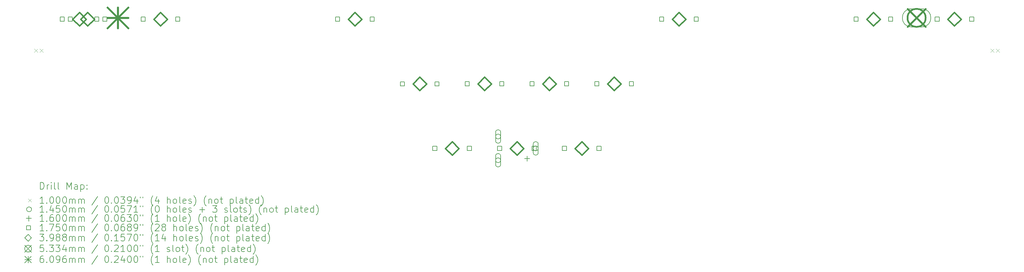
<source format=gbr>
%TF.GenerationSoftware,KiCad,Pcbnew,(6.0.10-0)*%
%TF.CreationDate,2023-02-22T14:57:38+09:00*%
%TF.ProjectId,Sandy_Middle,53616e64-795f-44d6-9964-646c652e6b69,v.0*%
%TF.SameCoordinates,Original*%
%TF.FileFunction,Drillmap*%
%TF.FilePolarity,Positive*%
%FSLAX45Y45*%
G04 Gerber Fmt 4.5, Leading zero omitted, Abs format (unit mm)*
G04 Created by KiCad (PCBNEW (6.0.10-0)) date 2023-02-22 14:57:38*
%MOMM*%
%LPD*%
G01*
G04 APERTURE LIST*
%ADD10C,0.200000*%
%ADD11C,0.100000*%
%ADD12C,0.145000*%
%ADD13C,0.160000*%
%ADD14C,0.175000*%
%ADD15C,0.398780*%
%ADD16C,0.533400*%
%ADD17C,0.609600*%
G04 APERTURE END LIST*
D10*
D11*
X2210390Y-5842181D02*
X2310390Y-5942181D01*
X2310390Y-5842181D02*
X2210390Y-5942181D01*
X2370390Y-5842181D02*
X2470390Y-5942181D01*
X2470390Y-5842181D02*
X2370390Y-5942181D01*
X30316297Y-5842181D02*
X30416297Y-5942181D01*
X30416297Y-5842181D02*
X30316297Y-5942181D01*
X30476297Y-5842181D02*
X30576297Y-5942181D01*
X30576297Y-5842181D02*
X30476297Y-5942181D01*
D12*
X15913343Y-8422528D02*
G75*
G03*
X15913343Y-8422528I-72500J0D01*
G01*
D10*
X15768343Y-8295028D02*
X15768343Y-8550028D01*
X15913343Y-8295028D02*
X15913343Y-8550028D01*
X15768343Y-8550028D02*
G75*
G03*
X15913343Y-8550028I72500J0D01*
G01*
X15913343Y-8295028D02*
G75*
G03*
X15768343Y-8295028I-72500J0D01*
G01*
D12*
X15913343Y-9122528D02*
G75*
G03*
X15913343Y-9122528I-72500J0D01*
G01*
D10*
X15768343Y-8995028D02*
X15768343Y-9250028D01*
X15913343Y-8995028D02*
X15913343Y-9250028D01*
X15768343Y-9250028D02*
G75*
G03*
X15913343Y-9250028I72500J0D01*
G01*
X15913343Y-8995028D02*
G75*
G03*
X15768343Y-8995028I-72500J0D01*
G01*
D12*
X17018344Y-8772528D02*
G75*
G03*
X17018344Y-8772528I-72500J0D01*
G01*
D10*
X16873344Y-8645028D02*
X16873344Y-8900028D01*
X17018344Y-8645028D02*
X17018344Y-8900028D01*
X16873344Y-8900028D02*
G75*
G03*
X17018344Y-8900028I72500J0D01*
G01*
X17018344Y-8645028D02*
G75*
G03*
X16873344Y-8645028I-72500J0D01*
G01*
D13*
X16693343Y-8992528D02*
X16693343Y-9152528D01*
X16613343Y-9072528D02*
X16773343Y-9072528D01*
D14*
X3088466Y-5024400D02*
X3088466Y-4900656D01*
X2964721Y-4900656D01*
X2964721Y-5024400D01*
X3088466Y-5024400D01*
X3326591Y-5024400D02*
X3326591Y-4900656D01*
X3202846Y-4900656D01*
X3202846Y-5024400D01*
X3326591Y-5024400D01*
X4104466Y-5024400D02*
X4104466Y-4900656D01*
X3980721Y-4900656D01*
X3980721Y-5024400D01*
X4104466Y-5024400D01*
X4342591Y-5024400D02*
X4342591Y-4900656D01*
X4218846Y-4900656D01*
X4218846Y-5024400D01*
X4342591Y-5024400D01*
X5469716Y-5024400D02*
X5469716Y-4900656D01*
X5345971Y-4900656D01*
X5345971Y-5024400D01*
X5469716Y-5024400D01*
X6485716Y-5024400D02*
X6485716Y-4900656D01*
X6361971Y-4900656D01*
X6361971Y-5024400D01*
X6485716Y-5024400D01*
X11184716Y-5024400D02*
X11184716Y-4900656D01*
X11060971Y-4900656D01*
X11060971Y-5024400D01*
X11184716Y-5024400D01*
X12200716Y-5024400D02*
X12200716Y-4900656D01*
X12076971Y-4900656D01*
X12076971Y-5024400D01*
X12200716Y-5024400D01*
X13089716Y-6931904D02*
X13089716Y-6808160D01*
X12965971Y-6808160D01*
X12965971Y-6931904D01*
X13089716Y-6931904D01*
X14042216Y-8834400D02*
X14042216Y-8710656D01*
X13918471Y-8710656D01*
X13918471Y-8834400D01*
X14042216Y-8834400D01*
X14105716Y-6931904D02*
X14105716Y-6808160D01*
X13981971Y-6808160D01*
X13981971Y-6931904D01*
X14105716Y-6931904D01*
X14994716Y-6929400D02*
X14994716Y-6805656D01*
X14870971Y-6805656D01*
X14870971Y-6929400D01*
X14994716Y-6929400D01*
X15058216Y-8834400D02*
X15058216Y-8710656D01*
X14934471Y-8710656D01*
X14934471Y-8834400D01*
X15058216Y-8834400D01*
X15947216Y-8834400D02*
X15947216Y-8710656D01*
X15823471Y-8710656D01*
X15823471Y-8834400D01*
X15947216Y-8834400D01*
X16010716Y-6929400D02*
X16010716Y-6805656D01*
X15886971Y-6805656D01*
X15886971Y-6929400D01*
X16010716Y-6929400D01*
X16899716Y-6929400D02*
X16899716Y-6805656D01*
X16775971Y-6805656D01*
X16775971Y-6929400D01*
X16899716Y-6929400D01*
X16963216Y-8834400D02*
X16963216Y-8710656D01*
X16839471Y-8710656D01*
X16839471Y-8834400D01*
X16963216Y-8834400D01*
X17852216Y-8834400D02*
X17852216Y-8710656D01*
X17728471Y-8710656D01*
X17728471Y-8834400D01*
X17852216Y-8834400D01*
X17915716Y-6929400D02*
X17915716Y-6805656D01*
X17791971Y-6805656D01*
X17791971Y-6929400D01*
X17915716Y-6929400D01*
X18804716Y-6929400D02*
X18804716Y-6805656D01*
X18680971Y-6805656D01*
X18680971Y-6929400D01*
X18804716Y-6929400D01*
X18868216Y-8834400D02*
X18868216Y-8710656D01*
X18744471Y-8710656D01*
X18744471Y-8834400D01*
X18868216Y-8834400D01*
X19820716Y-6929400D02*
X19820716Y-6805656D01*
X19696971Y-6805656D01*
X19696971Y-6929400D01*
X19820716Y-6929400D01*
X20709716Y-5024400D02*
X20709716Y-4900656D01*
X20585971Y-4900656D01*
X20585971Y-5024400D01*
X20709716Y-5024400D01*
X21725716Y-5024400D02*
X21725716Y-4900656D01*
X21601971Y-4900656D01*
X21601971Y-5024400D01*
X21725716Y-5024400D01*
X26424716Y-5024400D02*
X26424716Y-4900656D01*
X26300971Y-4900656D01*
X26300971Y-5024400D01*
X26424716Y-5024400D01*
X27440716Y-5024400D02*
X27440716Y-4900656D01*
X27316971Y-4900656D01*
X27316971Y-5024400D01*
X27440716Y-5024400D01*
X28805966Y-5024400D02*
X28805966Y-4900656D01*
X28682221Y-4900656D01*
X28682221Y-5024400D01*
X28805966Y-5024400D01*
X29821966Y-5024400D02*
X29821966Y-4900656D01*
X29698221Y-4900656D01*
X29698221Y-5024400D01*
X29821966Y-5024400D01*
D15*
X3534593Y-5161918D02*
X3733983Y-4962528D01*
X3534593Y-4763138D01*
X3335203Y-4962528D01*
X3534593Y-5161918D01*
X3772718Y-5161918D02*
X3972108Y-4962528D01*
X3772718Y-4763138D01*
X3573328Y-4962528D01*
X3772718Y-5161918D01*
X5915843Y-5161918D02*
X6115233Y-4962528D01*
X5915843Y-4763138D01*
X5716453Y-4962528D01*
X5915843Y-5161918D01*
X11630843Y-5161918D02*
X11830233Y-4962528D01*
X11630843Y-4763138D01*
X11431453Y-4962528D01*
X11630843Y-5161918D01*
X13535843Y-7069422D02*
X13735233Y-6870032D01*
X13535843Y-6670642D01*
X13336453Y-6870032D01*
X13535843Y-7069422D01*
X14488343Y-8971918D02*
X14687733Y-8772528D01*
X14488343Y-8573138D01*
X14288953Y-8772528D01*
X14488343Y-8971918D01*
X15440843Y-7066918D02*
X15640233Y-6867528D01*
X15440843Y-6668138D01*
X15241453Y-6867528D01*
X15440843Y-7066918D01*
X16393343Y-8971918D02*
X16592733Y-8772528D01*
X16393343Y-8573138D01*
X16193953Y-8772528D01*
X16393343Y-8971918D01*
X17345844Y-7066918D02*
X17545234Y-6867528D01*
X17345844Y-6668138D01*
X17146454Y-6867528D01*
X17345844Y-7066918D01*
X18298344Y-8971918D02*
X18497734Y-8772528D01*
X18298344Y-8573138D01*
X18098954Y-8772528D01*
X18298344Y-8971918D01*
X19250844Y-7066918D02*
X19450234Y-6867528D01*
X19250844Y-6668138D01*
X19051454Y-6867528D01*
X19250844Y-7066918D01*
X21155844Y-5161918D02*
X21355234Y-4962528D01*
X21155844Y-4763138D01*
X20956454Y-4962528D01*
X21155844Y-5161918D01*
X26870843Y-5161918D02*
X27070233Y-4962528D01*
X26870843Y-4763138D01*
X26671453Y-4962528D01*
X26870843Y-5161918D01*
X29252093Y-5161918D02*
X29451483Y-4962528D01*
X29252093Y-4763138D01*
X29052703Y-4962528D01*
X29252093Y-5161918D01*
D16*
X27874143Y-4658478D02*
X28407543Y-5191878D01*
X28407543Y-4658478D02*
X27874143Y-5191878D01*
X28407543Y-4925178D02*
G75*
G03*
X28407543Y-4925178I-266700J0D01*
G01*
D10*
X27988444Y-5191878D02*
X28293243Y-5191878D01*
X27988444Y-4658478D02*
X28293243Y-4658478D01*
X28293243Y-5191878D02*
G75*
G03*
X28293243Y-4658478I0J266700D01*
G01*
X27988444Y-4658478D02*
G75*
G03*
X27988444Y-5191878I0J-266700D01*
G01*
D17*
X4353744Y-4619628D02*
X4963344Y-5229228D01*
X4963344Y-4619628D02*
X4353744Y-5229228D01*
X4658544Y-4619628D02*
X4658544Y-5229228D01*
X4353744Y-4924428D02*
X4963344Y-4924428D01*
D10*
X2383463Y-9975500D02*
X2383463Y-9775500D01*
X2431082Y-9775500D01*
X2459653Y-9785024D01*
X2478701Y-9804072D01*
X2488224Y-9823119D01*
X2497748Y-9861214D01*
X2497748Y-9889786D01*
X2488224Y-9927881D01*
X2478701Y-9946929D01*
X2459653Y-9965976D01*
X2431082Y-9975500D01*
X2383463Y-9975500D01*
X2583463Y-9975500D02*
X2583463Y-9842167D01*
X2583463Y-9880262D02*
X2592986Y-9861214D01*
X2602510Y-9851691D01*
X2621558Y-9842167D01*
X2640605Y-9842167D01*
X2707272Y-9975500D02*
X2707272Y-9842167D01*
X2707272Y-9775500D02*
X2697748Y-9785024D01*
X2707272Y-9794548D01*
X2716796Y-9785024D01*
X2707272Y-9775500D01*
X2707272Y-9794548D01*
X2831081Y-9975500D02*
X2812034Y-9965976D01*
X2802510Y-9946929D01*
X2802510Y-9775500D01*
X2935843Y-9975500D02*
X2916796Y-9965976D01*
X2907272Y-9946929D01*
X2907272Y-9775500D01*
X3164415Y-9975500D02*
X3164415Y-9775500D01*
X3231081Y-9918357D01*
X3297748Y-9775500D01*
X3297748Y-9975500D01*
X3478701Y-9975500D02*
X3478701Y-9870738D01*
X3469177Y-9851691D01*
X3450129Y-9842167D01*
X3412034Y-9842167D01*
X3392986Y-9851691D01*
X3478701Y-9965976D02*
X3459653Y-9975500D01*
X3412034Y-9975500D01*
X3392986Y-9965976D01*
X3383462Y-9946929D01*
X3383462Y-9927881D01*
X3392986Y-9908834D01*
X3412034Y-9899310D01*
X3459653Y-9899310D01*
X3478701Y-9889786D01*
X3573939Y-9842167D02*
X3573939Y-10042167D01*
X3573939Y-9851691D02*
X3592986Y-9842167D01*
X3631081Y-9842167D01*
X3650129Y-9851691D01*
X3659653Y-9861214D01*
X3669177Y-9880262D01*
X3669177Y-9937405D01*
X3659653Y-9956453D01*
X3650129Y-9965976D01*
X3631081Y-9975500D01*
X3592986Y-9975500D01*
X3573939Y-9965976D01*
X3754891Y-9956453D02*
X3764415Y-9965976D01*
X3754891Y-9975500D01*
X3745367Y-9965976D01*
X3754891Y-9956453D01*
X3754891Y-9975500D01*
X3754891Y-9851691D02*
X3764415Y-9861214D01*
X3754891Y-9870738D01*
X3745367Y-9861214D01*
X3754891Y-9851691D01*
X3754891Y-9870738D01*
D11*
X2025843Y-10255024D02*
X2125844Y-10355024D01*
X2125844Y-10255024D02*
X2025843Y-10355024D01*
D10*
X2488224Y-10395500D02*
X2373939Y-10395500D01*
X2431082Y-10395500D02*
X2431082Y-10195500D01*
X2412034Y-10224072D01*
X2392986Y-10243119D01*
X2373939Y-10252643D01*
X2573939Y-10376453D02*
X2583463Y-10385976D01*
X2573939Y-10395500D01*
X2564415Y-10385976D01*
X2573939Y-10376453D01*
X2573939Y-10395500D01*
X2707272Y-10195500D02*
X2726320Y-10195500D01*
X2745367Y-10205024D01*
X2754891Y-10214548D01*
X2764415Y-10233595D01*
X2773939Y-10271691D01*
X2773939Y-10319310D01*
X2764415Y-10357405D01*
X2754891Y-10376453D01*
X2745367Y-10385976D01*
X2726320Y-10395500D01*
X2707272Y-10395500D01*
X2688224Y-10385976D01*
X2678701Y-10376453D01*
X2669177Y-10357405D01*
X2659653Y-10319310D01*
X2659653Y-10271691D01*
X2669177Y-10233595D01*
X2678701Y-10214548D01*
X2688224Y-10205024D01*
X2707272Y-10195500D01*
X2897748Y-10195500D02*
X2916796Y-10195500D01*
X2935843Y-10205024D01*
X2945367Y-10214548D01*
X2954891Y-10233595D01*
X2964415Y-10271691D01*
X2964415Y-10319310D01*
X2954891Y-10357405D01*
X2945367Y-10376453D01*
X2935843Y-10385976D01*
X2916796Y-10395500D01*
X2897748Y-10395500D01*
X2878701Y-10385976D01*
X2869177Y-10376453D01*
X2859653Y-10357405D01*
X2850129Y-10319310D01*
X2850129Y-10271691D01*
X2859653Y-10233595D01*
X2869177Y-10214548D01*
X2878701Y-10205024D01*
X2897748Y-10195500D01*
X3088224Y-10195500D02*
X3107272Y-10195500D01*
X3126320Y-10205024D01*
X3135843Y-10214548D01*
X3145367Y-10233595D01*
X3154891Y-10271691D01*
X3154891Y-10319310D01*
X3145367Y-10357405D01*
X3135843Y-10376453D01*
X3126320Y-10385976D01*
X3107272Y-10395500D01*
X3088224Y-10395500D01*
X3069177Y-10385976D01*
X3059653Y-10376453D01*
X3050129Y-10357405D01*
X3040605Y-10319310D01*
X3040605Y-10271691D01*
X3050129Y-10233595D01*
X3059653Y-10214548D01*
X3069177Y-10205024D01*
X3088224Y-10195500D01*
X3240605Y-10395500D02*
X3240605Y-10262167D01*
X3240605Y-10281214D02*
X3250129Y-10271691D01*
X3269177Y-10262167D01*
X3297748Y-10262167D01*
X3316796Y-10271691D01*
X3326320Y-10290738D01*
X3326320Y-10395500D01*
X3326320Y-10290738D02*
X3335843Y-10271691D01*
X3354891Y-10262167D01*
X3383462Y-10262167D01*
X3402510Y-10271691D01*
X3412034Y-10290738D01*
X3412034Y-10395500D01*
X3507272Y-10395500D02*
X3507272Y-10262167D01*
X3507272Y-10281214D02*
X3516796Y-10271691D01*
X3535843Y-10262167D01*
X3564415Y-10262167D01*
X3583462Y-10271691D01*
X3592986Y-10290738D01*
X3592986Y-10395500D01*
X3592986Y-10290738D02*
X3602510Y-10271691D01*
X3621558Y-10262167D01*
X3650129Y-10262167D01*
X3669177Y-10271691D01*
X3678701Y-10290738D01*
X3678701Y-10395500D01*
X4069177Y-10185976D02*
X3897748Y-10443119D01*
X4326320Y-10195500D02*
X4345367Y-10195500D01*
X4364415Y-10205024D01*
X4373939Y-10214548D01*
X4383463Y-10233595D01*
X4392986Y-10271691D01*
X4392986Y-10319310D01*
X4383463Y-10357405D01*
X4373939Y-10376453D01*
X4364415Y-10385976D01*
X4345367Y-10395500D01*
X4326320Y-10395500D01*
X4307272Y-10385976D01*
X4297748Y-10376453D01*
X4288224Y-10357405D01*
X4278701Y-10319310D01*
X4278701Y-10271691D01*
X4288224Y-10233595D01*
X4297748Y-10214548D01*
X4307272Y-10205024D01*
X4326320Y-10195500D01*
X4478701Y-10376453D02*
X4488224Y-10385976D01*
X4478701Y-10395500D01*
X4469177Y-10385976D01*
X4478701Y-10376453D01*
X4478701Y-10395500D01*
X4612034Y-10195500D02*
X4631082Y-10195500D01*
X4650129Y-10205024D01*
X4659653Y-10214548D01*
X4669177Y-10233595D01*
X4678701Y-10271691D01*
X4678701Y-10319310D01*
X4669177Y-10357405D01*
X4659653Y-10376453D01*
X4650129Y-10385976D01*
X4631082Y-10395500D01*
X4612034Y-10395500D01*
X4592986Y-10385976D01*
X4583463Y-10376453D01*
X4573939Y-10357405D01*
X4564415Y-10319310D01*
X4564415Y-10271691D01*
X4573939Y-10233595D01*
X4583463Y-10214548D01*
X4592986Y-10205024D01*
X4612034Y-10195500D01*
X4745367Y-10195500D02*
X4869177Y-10195500D01*
X4802510Y-10271691D01*
X4831082Y-10271691D01*
X4850129Y-10281214D01*
X4859653Y-10290738D01*
X4869177Y-10309786D01*
X4869177Y-10357405D01*
X4859653Y-10376453D01*
X4850129Y-10385976D01*
X4831082Y-10395500D01*
X4773939Y-10395500D01*
X4754891Y-10385976D01*
X4745367Y-10376453D01*
X4964415Y-10395500D02*
X5002510Y-10395500D01*
X5021558Y-10385976D01*
X5031082Y-10376453D01*
X5050129Y-10347881D01*
X5059653Y-10309786D01*
X5059653Y-10233595D01*
X5050129Y-10214548D01*
X5040605Y-10205024D01*
X5021558Y-10195500D01*
X4983463Y-10195500D01*
X4964415Y-10205024D01*
X4954891Y-10214548D01*
X4945367Y-10233595D01*
X4945367Y-10281214D01*
X4954891Y-10300262D01*
X4964415Y-10309786D01*
X4983463Y-10319310D01*
X5021558Y-10319310D01*
X5040605Y-10309786D01*
X5050129Y-10300262D01*
X5059653Y-10281214D01*
X5231082Y-10262167D02*
X5231082Y-10395500D01*
X5183463Y-10185976D02*
X5135843Y-10328834D01*
X5259653Y-10328834D01*
X5326320Y-10195500D02*
X5326320Y-10233595D01*
X5402510Y-10195500D02*
X5402510Y-10233595D01*
X5697748Y-10471691D02*
X5688224Y-10462167D01*
X5669177Y-10433595D01*
X5659653Y-10414548D01*
X5650129Y-10385976D01*
X5640605Y-10338357D01*
X5640605Y-10300262D01*
X5650129Y-10252643D01*
X5659653Y-10224072D01*
X5669177Y-10205024D01*
X5688224Y-10176453D01*
X5697748Y-10166929D01*
X5859653Y-10262167D02*
X5859653Y-10395500D01*
X5812034Y-10185976D02*
X5764415Y-10328834D01*
X5888224Y-10328834D01*
X6116796Y-10395500D02*
X6116796Y-10195500D01*
X6202510Y-10395500D02*
X6202510Y-10290738D01*
X6192986Y-10271691D01*
X6173939Y-10262167D01*
X6145367Y-10262167D01*
X6126320Y-10271691D01*
X6116796Y-10281214D01*
X6326320Y-10395500D02*
X6307272Y-10385976D01*
X6297748Y-10376453D01*
X6288224Y-10357405D01*
X6288224Y-10300262D01*
X6297748Y-10281214D01*
X6307272Y-10271691D01*
X6326320Y-10262167D01*
X6354891Y-10262167D01*
X6373939Y-10271691D01*
X6383462Y-10281214D01*
X6392986Y-10300262D01*
X6392986Y-10357405D01*
X6383462Y-10376453D01*
X6373939Y-10385976D01*
X6354891Y-10395500D01*
X6326320Y-10395500D01*
X6507272Y-10395500D02*
X6488224Y-10385976D01*
X6478701Y-10366929D01*
X6478701Y-10195500D01*
X6659653Y-10385976D02*
X6640605Y-10395500D01*
X6602510Y-10395500D01*
X6583462Y-10385976D01*
X6573939Y-10366929D01*
X6573939Y-10290738D01*
X6583462Y-10271691D01*
X6602510Y-10262167D01*
X6640605Y-10262167D01*
X6659653Y-10271691D01*
X6669177Y-10290738D01*
X6669177Y-10309786D01*
X6573939Y-10328834D01*
X6745367Y-10385976D02*
X6764415Y-10395500D01*
X6802510Y-10395500D01*
X6821558Y-10385976D01*
X6831081Y-10366929D01*
X6831081Y-10357405D01*
X6821558Y-10338357D01*
X6802510Y-10328834D01*
X6773939Y-10328834D01*
X6754891Y-10319310D01*
X6745367Y-10300262D01*
X6745367Y-10290738D01*
X6754891Y-10271691D01*
X6773939Y-10262167D01*
X6802510Y-10262167D01*
X6821558Y-10271691D01*
X6897748Y-10471691D02*
X6907272Y-10462167D01*
X6926320Y-10433595D01*
X6935843Y-10414548D01*
X6945367Y-10385976D01*
X6954891Y-10338357D01*
X6954891Y-10300262D01*
X6945367Y-10252643D01*
X6935843Y-10224072D01*
X6926320Y-10205024D01*
X6907272Y-10176453D01*
X6897748Y-10166929D01*
X7259653Y-10471691D02*
X7250129Y-10462167D01*
X7231081Y-10433595D01*
X7221558Y-10414548D01*
X7212034Y-10385976D01*
X7202510Y-10338357D01*
X7202510Y-10300262D01*
X7212034Y-10252643D01*
X7221558Y-10224072D01*
X7231081Y-10205024D01*
X7250129Y-10176453D01*
X7259653Y-10166929D01*
X7335843Y-10262167D02*
X7335843Y-10395500D01*
X7335843Y-10281214D02*
X7345367Y-10271691D01*
X7364415Y-10262167D01*
X7392986Y-10262167D01*
X7412034Y-10271691D01*
X7421558Y-10290738D01*
X7421558Y-10395500D01*
X7545367Y-10395500D02*
X7526320Y-10385976D01*
X7516796Y-10376453D01*
X7507272Y-10357405D01*
X7507272Y-10300262D01*
X7516796Y-10281214D01*
X7526320Y-10271691D01*
X7545367Y-10262167D01*
X7573939Y-10262167D01*
X7592986Y-10271691D01*
X7602510Y-10281214D01*
X7612034Y-10300262D01*
X7612034Y-10357405D01*
X7602510Y-10376453D01*
X7592986Y-10385976D01*
X7573939Y-10395500D01*
X7545367Y-10395500D01*
X7669177Y-10262167D02*
X7745367Y-10262167D01*
X7697748Y-10195500D02*
X7697748Y-10366929D01*
X7707272Y-10385976D01*
X7726320Y-10395500D01*
X7745367Y-10395500D01*
X7964415Y-10262167D02*
X7964415Y-10462167D01*
X7964415Y-10271691D02*
X7983462Y-10262167D01*
X8021558Y-10262167D01*
X8040605Y-10271691D01*
X8050129Y-10281214D01*
X8059653Y-10300262D01*
X8059653Y-10357405D01*
X8050129Y-10376453D01*
X8040605Y-10385976D01*
X8021558Y-10395500D01*
X7983462Y-10395500D01*
X7964415Y-10385976D01*
X8173939Y-10395500D02*
X8154891Y-10385976D01*
X8145367Y-10366929D01*
X8145367Y-10195500D01*
X8335843Y-10395500D02*
X8335843Y-10290738D01*
X8326320Y-10271691D01*
X8307272Y-10262167D01*
X8269177Y-10262167D01*
X8250129Y-10271691D01*
X8335843Y-10385976D02*
X8316796Y-10395500D01*
X8269177Y-10395500D01*
X8250129Y-10385976D01*
X8240605Y-10366929D01*
X8240605Y-10347881D01*
X8250129Y-10328834D01*
X8269177Y-10319310D01*
X8316796Y-10319310D01*
X8335843Y-10309786D01*
X8402510Y-10262167D02*
X8478701Y-10262167D01*
X8431082Y-10195500D02*
X8431082Y-10366929D01*
X8440605Y-10385976D01*
X8459653Y-10395500D01*
X8478701Y-10395500D01*
X8621558Y-10385976D02*
X8602510Y-10395500D01*
X8564415Y-10395500D01*
X8545367Y-10385976D01*
X8535843Y-10366929D01*
X8535843Y-10290738D01*
X8545367Y-10271691D01*
X8564415Y-10262167D01*
X8602510Y-10262167D01*
X8621558Y-10271691D01*
X8631082Y-10290738D01*
X8631082Y-10309786D01*
X8535843Y-10328834D01*
X8802510Y-10395500D02*
X8802510Y-10195500D01*
X8802510Y-10385976D02*
X8783463Y-10395500D01*
X8745367Y-10395500D01*
X8726320Y-10385976D01*
X8716796Y-10376453D01*
X8707272Y-10357405D01*
X8707272Y-10300262D01*
X8716796Y-10281214D01*
X8726320Y-10271691D01*
X8745367Y-10262167D01*
X8783463Y-10262167D01*
X8802510Y-10271691D01*
X8878701Y-10471691D02*
X8888224Y-10462167D01*
X8907272Y-10433595D01*
X8916796Y-10414548D01*
X8926320Y-10385976D01*
X8935843Y-10338357D01*
X8935843Y-10300262D01*
X8926320Y-10252643D01*
X8916796Y-10224072D01*
X8907272Y-10205024D01*
X8888224Y-10176453D01*
X8878701Y-10166929D01*
D12*
X2125844Y-10569024D02*
G75*
G03*
X2125844Y-10569024I-72500J0D01*
G01*
D10*
X2488224Y-10659500D02*
X2373939Y-10659500D01*
X2431082Y-10659500D02*
X2431082Y-10459500D01*
X2412034Y-10488072D01*
X2392986Y-10507119D01*
X2373939Y-10516643D01*
X2573939Y-10640453D02*
X2583463Y-10649976D01*
X2573939Y-10659500D01*
X2564415Y-10649976D01*
X2573939Y-10640453D01*
X2573939Y-10659500D01*
X2754891Y-10526167D02*
X2754891Y-10659500D01*
X2707272Y-10449976D02*
X2659653Y-10592834D01*
X2783463Y-10592834D01*
X2954891Y-10459500D02*
X2859653Y-10459500D01*
X2850129Y-10554738D01*
X2859653Y-10545214D01*
X2878701Y-10535691D01*
X2926320Y-10535691D01*
X2945367Y-10545214D01*
X2954891Y-10554738D01*
X2964415Y-10573786D01*
X2964415Y-10621405D01*
X2954891Y-10640453D01*
X2945367Y-10649976D01*
X2926320Y-10659500D01*
X2878701Y-10659500D01*
X2859653Y-10649976D01*
X2850129Y-10640453D01*
X3088224Y-10459500D02*
X3107272Y-10459500D01*
X3126320Y-10469024D01*
X3135843Y-10478548D01*
X3145367Y-10497595D01*
X3154891Y-10535691D01*
X3154891Y-10583310D01*
X3145367Y-10621405D01*
X3135843Y-10640453D01*
X3126320Y-10649976D01*
X3107272Y-10659500D01*
X3088224Y-10659500D01*
X3069177Y-10649976D01*
X3059653Y-10640453D01*
X3050129Y-10621405D01*
X3040605Y-10583310D01*
X3040605Y-10535691D01*
X3050129Y-10497595D01*
X3059653Y-10478548D01*
X3069177Y-10469024D01*
X3088224Y-10459500D01*
X3240605Y-10659500D02*
X3240605Y-10526167D01*
X3240605Y-10545214D02*
X3250129Y-10535691D01*
X3269177Y-10526167D01*
X3297748Y-10526167D01*
X3316796Y-10535691D01*
X3326320Y-10554738D01*
X3326320Y-10659500D01*
X3326320Y-10554738D02*
X3335843Y-10535691D01*
X3354891Y-10526167D01*
X3383462Y-10526167D01*
X3402510Y-10535691D01*
X3412034Y-10554738D01*
X3412034Y-10659500D01*
X3507272Y-10659500D02*
X3507272Y-10526167D01*
X3507272Y-10545214D02*
X3516796Y-10535691D01*
X3535843Y-10526167D01*
X3564415Y-10526167D01*
X3583462Y-10535691D01*
X3592986Y-10554738D01*
X3592986Y-10659500D01*
X3592986Y-10554738D02*
X3602510Y-10535691D01*
X3621558Y-10526167D01*
X3650129Y-10526167D01*
X3669177Y-10535691D01*
X3678701Y-10554738D01*
X3678701Y-10659500D01*
X4069177Y-10449976D02*
X3897748Y-10707119D01*
X4326320Y-10459500D02*
X4345367Y-10459500D01*
X4364415Y-10469024D01*
X4373939Y-10478548D01*
X4383463Y-10497595D01*
X4392986Y-10535691D01*
X4392986Y-10583310D01*
X4383463Y-10621405D01*
X4373939Y-10640453D01*
X4364415Y-10649976D01*
X4345367Y-10659500D01*
X4326320Y-10659500D01*
X4307272Y-10649976D01*
X4297748Y-10640453D01*
X4288224Y-10621405D01*
X4278701Y-10583310D01*
X4278701Y-10535691D01*
X4288224Y-10497595D01*
X4297748Y-10478548D01*
X4307272Y-10469024D01*
X4326320Y-10459500D01*
X4478701Y-10640453D02*
X4488224Y-10649976D01*
X4478701Y-10659500D01*
X4469177Y-10649976D01*
X4478701Y-10640453D01*
X4478701Y-10659500D01*
X4612034Y-10459500D02*
X4631082Y-10459500D01*
X4650129Y-10469024D01*
X4659653Y-10478548D01*
X4669177Y-10497595D01*
X4678701Y-10535691D01*
X4678701Y-10583310D01*
X4669177Y-10621405D01*
X4659653Y-10640453D01*
X4650129Y-10649976D01*
X4631082Y-10659500D01*
X4612034Y-10659500D01*
X4592986Y-10649976D01*
X4583463Y-10640453D01*
X4573939Y-10621405D01*
X4564415Y-10583310D01*
X4564415Y-10535691D01*
X4573939Y-10497595D01*
X4583463Y-10478548D01*
X4592986Y-10469024D01*
X4612034Y-10459500D01*
X4859653Y-10459500D02*
X4764415Y-10459500D01*
X4754891Y-10554738D01*
X4764415Y-10545214D01*
X4783463Y-10535691D01*
X4831082Y-10535691D01*
X4850129Y-10545214D01*
X4859653Y-10554738D01*
X4869177Y-10573786D01*
X4869177Y-10621405D01*
X4859653Y-10640453D01*
X4850129Y-10649976D01*
X4831082Y-10659500D01*
X4783463Y-10659500D01*
X4764415Y-10649976D01*
X4754891Y-10640453D01*
X4935843Y-10459500D02*
X5069177Y-10459500D01*
X4983463Y-10659500D01*
X5250129Y-10659500D02*
X5135843Y-10659500D01*
X5192986Y-10659500D02*
X5192986Y-10459500D01*
X5173939Y-10488072D01*
X5154891Y-10507119D01*
X5135843Y-10516643D01*
X5326320Y-10459500D02*
X5326320Y-10497595D01*
X5402510Y-10459500D02*
X5402510Y-10497595D01*
X5697748Y-10735691D02*
X5688224Y-10726167D01*
X5669177Y-10697595D01*
X5659653Y-10678548D01*
X5650129Y-10649976D01*
X5640605Y-10602357D01*
X5640605Y-10564262D01*
X5650129Y-10516643D01*
X5659653Y-10488072D01*
X5669177Y-10469024D01*
X5688224Y-10440453D01*
X5697748Y-10430929D01*
X5812034Y-10459500D02*
X5831081Y-10459500D01*
X5850129Y-10469024D01*
X5859653Y-10478548D01*
X5869177Y-10497595D01*
X5878701Y-10535691D01*
X5878701Y-10583310D01*
X5869177Y-10621405D01*
X5859653Y-10640453D01*
X5850129Y-10649976D01*
X5831081Y-10659500D01*
X5812034Y-10659500D01*
X5792986Y-10649976D01*
X5783462Y-10640453D01*
X5773939Y-10621405D01*
X5764415Y-10583310D01*
X5764415Y-10535691D01*
X5773939Y-10497595D01*
X5783462Y-10478548D01*
X5792986Y-10469024D01*
X5812034Y-10459500D01*
X6116796Y-10659500D02*
X6116796Y-10459500D01*
X6202510Y-10659500D02*
X6202510Y-10554738D01*
X6192986Y-10535691D01*
X6173939Y-10526167D01*
X6145367Y-10526167D01*
X6126320Y-10535691D01*
X6116796Y-10545214D01*
X6326320Y-10659500D02*
X6307272Y-10649976D01*
X6297748Y-10640453D01*
X6288224Y-10621405D01*
X6288224Y-10564262D01*
X6297748Y-10545214D01*
X6307272Y-10535691D01*
X6326320Y-10526167D01*
X6354891Y-10526167D01*
X6373939Y-10535691D01*
X6383462Y-10545214D01*
X6392986Y-10564262D01*
X6392986Y-10621405D01*
X6383462Y-10640453D01*
X6373939Y-10649976D01*
X6354891Y-10659500D01*
X6326320Y-10659500D01*
X6507272Y-10659500D02*
X6488224Y-10649976D01*
X6478701Y-10630929D01*
X6478701Y-10459500D01*
X6659653Y-10649976D02*
X6640605Y-10659500D01*
X6602510Y-10659500D01*
X6583462Y-10649976D01*
X6573939Y-10630929D01*
X6573939Y-10554738D01*
X6583462Y-10535691D01*
X6602510Y-10526167D01*
X6640605Y-10526167D01*
X6659653Y-10535691D01*
X6669177Y-10554738D01*
X6669177Y-10573786D01*
X6573939Y-10592834D01*
X6745367Y-10649976D02*
X6764415Y-10659500D01*
X6802510Y-10659500D01*
X6821558Y-10649976D01*
X6831081Y-10630929D01*
X6831081Y-10621405D01*
X6821558Y-10602357D01*
X6802510Y-10592834D01*
X6773939Y-10592834D01*
X6754891Y-10583310D01*
X6745367Y-10564262D01*
X6745367Y-10554738D01*
X6754891Y-10535691D01*
X6773939Y-10526167D01*
X6802510Y-10526167D01*
X6821558Y-10535691D01*
X7069177Y-10583310D02*
X7221558Y-10583310D01*
X7145367Y-10659500D02*
X7145367Y-10507119D01*
X7450129Y-10459500D02*
X7573939Y-10459500D01*
X7507272Y-10535691D01*
X7535843Y-10535691D01*
X7554891Y-10545214D01*
X7564415Y-10554738D01*
X7573939Y-10573786D01*
X7573939Y-10621405D01*
X7564415Y-10640453D01*
X7554891Y-10649976D01*
X7535843Y-10659500D01*
X7478701Y-10659500D01*
X7459653Y-10649976D01*
X7450129Y-10640453D01*
X7802510Y-10649976D02*
X7821558Y-10659500D01*
X7859653Y-10659500D01*
X7878701Y-10649976D01*
X7888224Y-10630929D01*
X7888224Y-10621405D01*
X7878701Y-10602357D01*
X7859653Y-10592834D01*
X7831081Y-10592834D01*
X7812034Y-10583310D01*
X7802510Y-10564262D01*
X7802510Y-10554738D01*
X7812034Y-10535691D01*
X7831081Y-10526167D01*
X7859653Y-10526167D01*
X7878701Y-10535691D01*
X8002510Y-10659500D02*
X7983462Y-10649976D01*
X7973939Y-10630929D01*
X7973939Y-10459500D01*
X8107272Y-10659500D02*
X8088224Y-10649976D01*
X8078701Y-10640453D01*
X8069177Y-10621405D01*
X8069177Y-10564262D01*
X8078701Y-10545214D01*
X8088224Y-10535691D01*
X8107272Y-10526167D01*
X8135843Y-10526167D01*
X8154891Y-10535691D01*
X8164415Y-10545214D01*
X8173939Y-10564262D01*
X8173939Y-10621405D01*
X8164415Y-10640453D01*
X8154891Y-10649976D01*
X8135843Y-10659500D01*
X8107272Y-10659500D01*
X8231081Y-10526167D02*
X8307272Y-10526167D01*
X8259653Y-10459500D02*
X8259653Y-10630929D01*
X8269177Y-10649976D01*
X8288224Y-10659500D01*
X8307272Y-10659500D01*
X8364415Y-10649976D02*
X8383462Y-10659500D01*
X8421558Y-10659500D01*
X8440605Y-10649976D01*
X8450129Y-10630929D01*
X8450129Y-10621405D01*
X8440605Y-10602357D01*
X8421558Y-10592834D01*
X8392986Y-10592834D01*
X8373939Y-10583310D01*
X8364415Y-10564262D01*
X8364415Y-10554738D01*
X8373939Y-10535691D01*
X8392986Y-10526167D01*
X8421558Y-10526167D01*
X8440605Y-10535691D01*
X8516796Y-10735691D02*
X8526320Y-10726167D01*
X8545367Y-10697595D01*
X8554891Y-10678548D01*
X8564415Y-10649976D01*
X8573939Y-10602357D01*
X8573939Y-10564262D01*
X8564415Y-10516643D01*
X8554891Y-10488072D01*
X8545367Y-10469024D01*
X8526320Y-10440453D01*
X8516796Y-10430929D01*
X8878701Y-10735691D02*
X8869177Y-10726167D01*
X8850129Y-10697595D01*
X8840605Y-10678548D01*
X8831082Y-10649976D01*
X8821558Y-10602357D01*
X8821558Y-10564262D01*
X8831082Y-10516643D01*
X8840605Y-10488072D01*
X8850129Y-10469024D01*
X8869177Y-10440453D01*
X8878701Y-10430929D01*
X8954891Y-10526167D02*
X8954891Y-10659500D01*
X8954891Y-10545214D02*
X8964415Y-10535691D01*
X8983463Y-10526167D01*
X9012034Y-10526167D01*
X9031082Y-10535691D01*
X9040605Y-10554738D01*
X9040605Y-10659500D01*
X9164415Y-10659500D02*
X9145367Y-10649976D01*
X9135843Y-10640453D01*
X9126320Y-10621405D01*
X9126320Y-10564262D01*
X9135843Y-10545214D01*
X9145367Y-10535691D01*
X9164415Y-10526167D01*
X9192986Y-10526167D01*
X9212034Y-10535691D01*
X9221558Y-10545214D01*
X9231082Y-10564262D01*
X9231082Y-10621405D01*
X9221558Y-10640453D01*
X9212034Y-10649976D01*
X9192986Y-10659500D01*
X9164415Y-10659500D01*
X9288224Y-10526167D02*
X9364415Y-10526167D01*
X9316796Y-10459500D02*
X9316796Y-10630929D01*
X9326320Y-10649976D01*
X9345367Y-10659500D01*
X9364415Y-10659500D01*
X9583463Y-10526167D02*
X9583463Y-10726167D01*
X9583463Y-10535691D02*
X9602510Y-10526167D01*
X9640605Y-10526167D01*
X9659653Y-10535691D01*
X9669177Y-10545214D01*
X9678701Y-10564262D01*
X9678701Y-10621405D01*
X9669177Y-10640453D01*
X9659653Y-10649976D01*
X9640605Y-10659500D01*
X9602510Y-10659500D01*
X9583463Y-10649976D01*
X9792986Y-10659500D02*
X9773939Y-10649976D01*
X9764415Y-10630929D01*
X9764415Y-10459500D01*
X9954891Y-10659500D02*
X9954891Y-10554738D01*
X9945367Y-10535691D01*
X9926320Y-10526167D01*
X9888224Y-10526167D01*
X9869177Y-10535691D01*
X9954891Y-10649976D02*
X9935843Y-10659500D01*
X9888224Y-10659500D01*
X9869177Y-10649976D01*
X9859653Y-10630929D01*
X9859653Y-10611881D01*
X9869177Y-10592834D01*
X9888224Y-10583310D01*
X9935843Y-10583310D01*
X9954891Y-10573786D01*
X10021558Y-10526167D02*
X10097748Y-10526167D01*
X10050129Y-10459500D02*
X10050129Y-10630929D01*
X10059653Y-10649976D01*
X10078701Y-10659500D01*
X10097748Y-10659500D01*
X10240605Y-10649976D02*
X10221558Y-10659500D01*
X10183463Y-10659500D01*
X10164415Y-10649976D01*
X10154891Y-10630929D01*
X10154891Y-10554738D01*
X10164415Y-10535691D01*
X10183463Y-10526167D01*
X10221558Y-10526167D01*
X10240605Y-10535691D01*
X10250129Y-10554738D01*
X10250129Y-10573786D01*
X10154891Y-10592834D01*
X10421558Y-10659500D02*
X10421558Y-10459500D01*
X10421558Y-10649976D02*
X10402510Y-10659500D01*
X10364415Y-10659500D01*
X10345367Y-10649976D01*
X10335843Y-10640453D01*
X10326320Y-10621405D01*
X10326320Y-10564262D01*
X10335843Y-10545214D01*
X10345367Y-10535691D01*
X10364415Y-10526167D01*
X10402510Y-10526167D01*
X10421558Y-10535691D01*
X10497748Y-10735691D02*
X10507272Y-10726167D01*
X10526320Y-10697595D01*
X10535843Y-10678548D01*
X10545367Y-10649976D01*
X10554891Y-10602357D01*
X10554891Y-10564262D01*
X10545367Y-10516643D01*
X10535843Y-10488072D01*
X10526320Y-10469024D01*
X10507272Y-10440453D01*
X10497748Y-10430929D01*
D13*
X2045843Y-10754024D02*
X2045843Y-10914024D01*
X1965843Y-10834024D02*
X2125844Y-10834024D01*
D10*
X2488224Y-10924500D02*
X2373939Y-10924500D01*
X2431082Y-10924500D02*
X2431082Y-10724500D01*
X2412034Y-10753072D01*
X2392986Y-10772119D01*
X2373939Y-10781643D01*
X2573939Y-10905453D02*
X2583463Y-10914976D01*
X2573939Y-10924500D01*
X2564415Y-10914976D01*
X2573939Y-10905453D01*
X2573939Y-10924500D01*
X2754891Y-10724500D02*
X2716796Y-10724500D01*
X2697748Y-10734024D01*
X2688224Y-10743548D01*
X2669177Y-10772119D01*
X2659653Y-10810214D01*
X2659653Y-10886405D01*
X2669177Y-10905453D01*
X2678701Y-10914976D01*
X2697748Y-10924500D01*
X2735844Y-10924500D01*
X2754891Y-10914976D01*
X2764415Y-10905453D01*
X2773939Y-10886405D01*
X2773939Y-10838786D01*
X2764415Y-10819738D01*
X2754891Y-10810214D01*
X2735844Y-10800691D01*
X2697748Y-10800691D01*
X2678701Y-10810214D01*
X2669177Y-10819738D01*
X2659653Y-10838786D01*
X2897748Y-10724500D02*
X2916796Y-10724500D01*
X2935843Y-10734024D01*
X2945367Y-10743548D01*
X2954891Y-10762595D01*
X2964415Y-10800691D01*
X2964415Y-10848310D01*
X2954891Y-10886405D01*
X2945367Y-10905453D01*
X2935843Y-10914976D01*
X2916796Y-10924500D01*
X2897748Y-10924500D01*
X2878701Y-10914976D01*
X2869177Y-10905453D01*
X2859653Y-10886405D01*
X2850129Y-10848310D01*
X2850129Y-10800691D01*
X2859653Y-10762595D01*
X2869177Y-10743548D01*
X2878701Y-10734024D01*
X2897748Y-10724500D01*
X3088224Y-10724500D02*
X3107272Y-10724500D01*
X3126320Y-10734024D01*
X3135843Y-10743548D01*
X3145367Y-10762595D01*
X3154891Y-10800691D01*
X3154891Y-10848310D01*
X3145367Y-10886405D01*
X3135843Y-10905453D01*
X3126320Y-10914976D01*
X3107272Y-10924500D01*
X3088224Y-10924500D01*
X3069177Y-10914976D01*
X3059653Y-10905453D01*
X3050129Y-10886405D01*
X3040605Y-10848310D01*
X3040605Y-10800691D01*
X3050129Y-10762595D01*
X3059653Y-10743548D01*
X3069177Y-10734024D01*
X3088224Y-10724500D01*
X3240605Y-10924500D02*
X3240605Y-10791167D01*
X3240605Y-10810214D02*
X3250129Y-10800691D01*
X3269177Y-10791167D01*
X3297748Y-10791167D01*
X3316796Y-10800691D01*
X3326320Y-10819738D01*
X3326320Y-10924500D01*
X3326320Y-10819738D02*
X3335843Y-10800691D01*
X3354891Y-10791167D01*
X3383462Y-10791167D01*
X3402510Y-10800691D01*
X3412034Y-10819738D01*
X3412034Y-10924500D01*
X3507272Y-10924500D02*
X3507272Y-10791167D01*
X3507272Y-10810214D02*
X3516796Y-10800691D01*
X3535843Y-10791167D01*
X3564415Y-10791167D01*
X3583462Y-10800691D01*
X3592986Y-10819738D01*
X3592986Y-10924500D01*
X3592986Y-10819738D02*
X3602510Y-10800691D01*
X3621558Y-10791167D01*
X3650129Y-10791167D01*
X3669177Y-10800691D01*
X3678701Y-10819738D01*
X3678701Y-10924500D01*
X4069177Y-10714976D02*
X3897748Y-10972119D01*
X4326320Y-10724500D02*
X4345367Y-10724500D01*
X4364415Y-10734024D01*
X4373939Y-10743548D01*
X4383463Y-10762595D01*
X4392986Y-10800691D01*
X4392986Y-10848310D01*
X4383463Y-10886405D01*
X4373939Y-10905453D01*
X4364415Y-10914976D01*
X4345367Y-10924500D01*
X4326320Y-10924500D01*
X4307272Y-10914976D01*
X4297748Y-10905453D01*
X4288224Y-10886405D01*
X4278701Y-10848310D01*
X4278701Y-10800691D01*
X4288224Y-10762595D01*
X4297748Y-10743548D01*
X4307272Y-10734024D01*
X4326320Y-10724500D01*
X4478701Y-10905453D02*
X4488224Y-10914976D01*
X4478701Y-10924500D01*
X4469177Y-10914976D01*
X4478701Y-10905453D01*
X4478701Y-10924500D01*
X4612034Y-10724500D02*
X4631082Y-10724500D01*
X4650129Y-10734024D01*
X4659653Y-10743548D01*
X4669177Y-10762595D01*
X4678701Y-10800691D01*
X4678701Y-10848310D01*
X4669177Y-10886405D01*
X4659653Y-10905453D01*
X4650129Y-10914976D01*
X4631082Y-10924500D01*
X4612034Y-10924500D01*
X4592986Y-10914976D01*
X4583463Y-10905453D01*
X4573939Y-10886405D01*
X4564415Y-10848310D01*
X4564415Y-10800691D01*
X4573939Y-10762595D01*
X4583463Y-10743548D01*
X4592986Y-10734024D01*
X4612034Y-10724500D01*
X4850129Y-10724500D02*
X4812034Y-10724500D01*
X4792986Y-10734024D01*
X4783463Y-10743548D01*
X4764415Y-10772119D01*
X4754891Y-10810214D01*
X4754891Y-10886405D01*
X4764415Y-10905453D01*
X4773939Y-10914976D01*
X4792986Y-10924500D01*
X4831082Y-10924500D01*
X4850129Y-10914976D01*
X4859653Y-10905453D01*
X4869177Y-10886405D01*
X4869177Y-10838786D01*
X4859653Y-10819738D01*
X4850129Y-10810214D01*
X4831082Y-10800691D01*
X4792986Y-10800691D01*
X4773939Y-10810214D01*
X4764415Y-10819738D01*
X4754891Y-10838786D01*
X4935843Y-10724500D02*
X5059653Y-10724500D01*
X4992986Y-10800691D01*
X5021558Y-10800691D01*
X5040605Y-10810214D01*
X5050129Y-10819738D01*
X5059653Y-10838786D01*
X5059653Y-10886405D01*
X5050129Y-10905453D01*
X5040605Y-10914976D01*
X5021558Y-10924500D01*
X4964415Y-10924500D01*
X4945367Y-10914976D01*
X4935843Y-10905453D01*
X5183463Y-10724500D02*
X5202510Y-10724500D01*
X5221558Y-10734024D01*
X5231082Y-10743548D01*
X5240605Y-10762595D01*
X5250129Y-10800691D01*
X5250129Y-10848310D01*
X5240605Y-10886405D01*
X5231082Y-10905453D01*
X5221558Y-10914976D01*
X5202510Y-10924500D01*
X5183463Y-10924500D01*
X5164415Y-10914976D01*
X5154891Y-10905453D01*
X5145367Y-10886405D01*
X5135843Y-10848310D01*
X5135843Y-10800691D01*
X5145367Y-10762595D01*
X5154891Y-10743548D01*
X5164415Y-10734024D01*
X5183463Y-10724500D01*
X5326320Y-10724500D02*
X5326320Y-10762595D01*
X5402510Y-10724500D02*
X5402510Y-10762595D01*
X5697748Y-11000691D02*
X5688224Y-10991167D01*
X5669177Y-10962595D01*
X5659653Y-10943548D01*
X5650129Y-10914976D01*
X5640605Y-10867357D01*
X5640605Y-10829262D01*
X5650129Y-10781643D01*
X5659653Y-10753072D01*
X5669177Y-10734024D01*
X5688224Y-10705453D01*
X5697748Y-10695929D01*
X5878701Y-10924500D02*
X5764415Y-10924500D01*
X5821558Y-10924500D02*
X5821558Y-10724500D01*
X5802510Y-10753072D01*
X5783462Y-10772119D01*
X5764415Y-10781643D01*
X6116796Y-10924500D02*
X6116796Y-10724500D01*
X6202510Y-10924500D02*
X6202510Y-10819738D01*
X6192986Y-10800691D01*
X6173939Y-10791167D01*
X6145367Y-10791167D01*
X6126320Y-10800691D01*
X6116796Y-10810214D01*
X6326320Y-10924500D02*
X6307272Y-10914976D01*
X6297748Y-10905453D01*
X6288224Y-10886405D01*
X6288224Y-10829262D01*
X6297748Y-10810214D01*
X6307272Y-10800691D01*
X6326320Y-10791167D01*
X6354891Y-10791167D01*
X6373939Y-10800691D01*
X6383462Y-10810214D01*
X6392986Y-10829262D01*
X6392986Y-10886405D01*
X6383462Y-10905453D01*
X6373939Y-10914976D01*
X6354891Y-10924500D01*
X6326320Y-10924500D01*
X6507272Y-10924500D02*
X6488224Y-10914976D01*
X6478701Y-10895929D01*
X6478701Y-10724500D01*
X6659653Y-10914976D02*
X6640605Y-10924500D01*
X6602510Y-10924500D01*
X6583462Y-10914976D01*
X6573939Y-10895929D01*
X6573939Y-10819738D01*
X6583462Y-10800691D01*
X6602510Y-10791167D01*
X6640605Y-10791167D01*
X6659653Y-10800691D01*
X6669177Y-10819738D01*
X6669177Y-10838786D01*
X6573939Y-10857834D01*
X6735843Y-11000691D02*
X6745367Y-10991167D01*
X6764415Y-10962595D01*
X6773939Y-10943548D01*
X6783462Y-10914976D01*
X6792986Y-10867357D01*
X6792986Y-10829262D01*
X6783462Y-10781643D01*
X6773939Y-10753072D01*
X6764415Y-10734024D01*
X6745367Y-10705453D01*
X6735843Y-10695929D01*
X7097748Y-11000691D02*
X7088224Y-10991167D01*
X7069177Y-10962595D01*
X7059653Y-10943548D01*
X7050129Y-10914976D01*
X7040605Y-10867357D01*
X7040605Y-10829262D01*
X7050129Y-10781643D01*
X7059653Y-10753072D01*
X7069177Y-10734024D01*
X7088224Y-10705453D01*
X7097748Y-10695929D01*
X7173939Y-10791167D02*
X7173939Y-10924500D01*
X7173939Y-10810214D02*
X7183462Y-10800691D01*
X7202510Y-10791167D01*
X7231081Y-10791167D01*
X7250129Y-10800691D01*
X7259653Y-10819738D01*
X7259653Y-10924500D01*
X7383462Y-10924500D02*
X7364415Y-10914976D01*
X7354891Y-10905453D01*
X7345367Y-10886405D01*
X7345367Y-10829262D01*
X7354891Y-10810214D01*
X7364415Y-10800691D01*
X7383462Y-10791167D01*
X7412034Y-10791167D01*
X7431081Y-10800691D01*
X7440605Y-10810214D01*
X7450129Y-10829262D01*
X7450129Y-10886405D01*
X7440605Y-10905453D01*
X7431081Y-10914976D01*
X7412034Y-10924500D01*
X7383462Y-10924500D01*
X7507272Y-10791167D02*
X7583462Y-10791167D01*
X7535843Y-10724500D02*
X7535843Y-10895929D01*
X7545367Y-10914976D01*
X7564415Y-10924500D01*
X7583462Y-10924500D01*
X7802510Y-10791167D02*
X7802510Y-10991167D01*
X7802510Y-10800691D02*
X7821558Y-10791167D01*
X7859653Y-10791167D01*
X7878701Y-10800691D01*
X7888224Y-10810214D01*
X7897748Y-10829262D01*
X7897748Y-10886405D01*
X7888224Y-10905453D01*
X7878701Y-10914976D01*
X7859653Y-10924500D01*
X7821558Y-10924500D01*
X7802510Y-10914976D01*
X8012034Y-10924500D02*
X7992986Y-10914976D01*
X7983462Y-10895929D01*
X7983462Y-10724500D01*
X8173939Y-10924500D02*
X8173939Y-10819738D01*
X8164415Y-10800691D01*
X8145367Y-10791167D01*
X8107272Y-10791167D01*
X8088224Y-10800691D01*
X8173939Y-10914976D02*
X8154891Y-10924500D01*
X8107272Y-10924500D01*
X8088224Y-10914976D01*
X8078701Y-10895929D01*
X8078701Y-10876881D01*
X8088224Y-10857834D01*
X8107272Y-10848310D01*
X8154891Y-10848310D01*
X8173939Y-10838786D01*
X8240605Y-10791167D02*
X8316796Y-10791167D01*
X8269177Y-10724500D02*
X8269177Y-10895929D01*
X8278701Y-10914976D01*
X8297748Y-10924500D01*
X8316796Y-10924500D01*
X8459653Y-10914976D02*
X8440605Y-10924500D01*
X8402510Y-10924500D01*
X8383462Y-10914976D01*
X8373939Y-10895929D01*
X8373939Y-10819738D01*
X8383462Y-10800691D01*
X8402510Y-10791167D01*
X8440605Y-10791167D01*
X8459653Y-10800691D01*
X8469177Y-10819738D01*
X8469177Y-10838786D01*
X8373939Y-10857834D01*
X8640605Y-10924500D02*
X8640605Y-10724500D01*
X8640605Y-10914976D02*
X8621558Y-10924500D01*
X8583463Y-10924500D01*
X8564415Y-10914976D01*
X8554891Y-10905453D01*
X8545367Y-10886405D01*
X8545367Y-10829262D01*
X8554891Y-10810214D01*
X8564415Y-10800691D01*
X8583463Y-10791167D01*
X8621558Y-10791167D01*
X8640605Y-10800691D01*
X8716796Y-11000691D02*
X8726320Y-10991167D01*
X8745367Y-10962595D01*
X8754891Y-10943548D01*
X8764415Y-10914976D01*
X8773939Y-10867357D01*
X8773939Y-10829262D01*
X8764415Y-10781643D01*
X8754891Y-10753072D01*
X8745367Y-10734024D01*
X8726320Y-10705453D01*
X8716796Y-10695929D01*
D14*
X2100216Y-11175896D02*
X2100216Y-11052152D01*
X1976471Y-11052152D01*
X1976471Y-11175896D01*
X2100216Y-11175896D01*
D10*
X2488224Y-11204500D02*
X2373939Y-11204500D01*
X2431082Y-11204500D02*
X2431082Y-11004500D01*
X2412034Y-11033072D01*
X2392986Y-11052119D01*
X2373939Y-11061643D01*
X2573939Y-11185452D02*
X2583463Y-11194976D01*
X2573939Y-11204500D01*
X2564415Y-11194976D01*
X2573939Y-11185452D01*
X2573939Y-11204500D01*
X2650129Y-11004500D02*
X2783463Y-11004500D01*
X2697748Y-11204500D01*
X2954891Y-11004500D02*
X2859653Y-11004500D01*
X2850129Y-11099738D01*
X2859653Y-11090214D01*
X2878701Y-11080691D01*
X2926320Y-11080691D01*
X2945367Y-11090214D01*
X2954891Y-11099738D01*
X2964415Y-11118786D01*
X2964415Y-11166405D01*
X2954891Y-11185452D01*
X2945367Y-11194976D01*
X2926320Y-11204500D01*
X2878701Y-11204500D01*
X2859653Y-11194976D01*
X2850129Y-11185452D01*
X3088224Y-11004500D02*
X3107272Y-11004500D01*
X3126320Y-11014024D01*
X3135843Y-11023548D01*
X3145367Y-11042595D01*
X3154891Y-11080691D01*
X3154891Y-11128310D01*
X3145367Y-11166405D01*
X3135843Y-11185452D01*
X3126320Y-11194976D01*
X3107272Y-11204500D01*
X3088224Y-11204500D01*
X3069177Y-11194976D01*
X3059653Y-11185452D01*
X3050129Y-11166405D01*
X3040605Y-11128310D01*
X3040605Y-11080691D01*
X3050129Y-11042595D01*
X3059653Y-11023548D01*
X3069177Y-11014024D01*
X3088224Y-11004500D01*
X3240605Y-11204500D02*
X3240605Y-11071167D01*
X3240605Y-11090214D02*
X3250129Y-11080691D01*
X3269177Y-11071167D01*
X3297748Y-11071167D01*
X3316796Y-11080691D01*
X3326320Y-11099738D01*
X3326320Y-11204500D01*
X3326320Y-11099738D02*
X3335843Y-11080691D01*
X3354891Y-11071167D01*
X3383462Y-11071167D01*
X3402510Y-11080691D01*
X3412034Y-11099738D01*
X3412034Y-11204500D01*
X3507272Y-11204500D02*
X3507272Y-11071167D01*
X3507272Y-11090214D02*
X3516796Y-11080691D01*
X3535843Y-11071167D01*
X3564415Y-11071167D01*
X3583462Y-11080691D01*
X3592986Y-11099738D01*
X3592986Y-11204500D01*
X3592986Y-11099738D02*
X3602510Y-11080691D01*
X3621558Y-11071167D01*
X3650129Y-11071167D01*
X3669177Y-11080691D01*
X3678701Y-11099738D01*
X3678701Y-11204500D01*
X4069177Y-10994976D02*
X3897748Y-11252119D01*
X4326320Y-11004500D02*
X4345367Y-11004500D01*
X4364415Y-11014024D01*
X4373939Y-11023548D01*
X4383463Y-11042595D01*
X4392986Y-11080691D01*
X4392986Y-11128310D01*
X4383463Y-11166405D01*
X4373939Y-11185452D01*
X4364415Y-11194976D01*
X4345367Y-11204500D01*
X4326320Y-11204500D01*
X4307272Y-11194976D01*
X4297748Y-11185452D01*
X4288224Y-11166405D01*
X4278701Y-11128310D01*
X4278701Y-11080691D01*
X4288224Y-11042595D01*
X4297748Y-11023548D01*
X4307272Y-11014024D01*
X4326320Y-11004500D01*
X4478701Y-11185452D02*
X4488224Y-11194976D01*
X4478701Y-11204500D01*
X4469177Y-11194976D01*
X4478701Y-11185452D01*
X4478701Y-11204500D01*
X4612034Y-11004500D02*
X4631082Y-11004500D01*
X4650129Y-11014024D01*
X4659653Y-11023548D01*
X4669177Y-11042595D01*
X4678701Y-11080691D01*
X4678701Y-11128310D01*
X4669177Y-11166405D01*
X4659653Y-11185452D01*
X4650129Y-11194976D01*
X4631082Y-11204500D01*
X4612034Y-11204500D01*
X4592986Y-11194976D01*
X4583463Y-11185452D01*
X4573939Y-11166405D01*
X4564415Y-11128310D01*
X4564415Y-11080691D01*
X4573939Y-11042595D01*
X4583463Y-11023548D01*
X4592986Y-11014024D01*
X4612034Y-11004500D01*
X4850129Y-11004500D02*
X4812034Y-11004500D01*
X4792986Y-11014024D01*
X4783463Y-11023548D01*
X4764415Y-11052119D01*
X4754891Y-11090214D01*
X4754891Y-11166405D01*
X4764415Y-11185452D01*
X4773939Y-11194976D01*
X4792986Y-11204500D01*
X4831082Y-11204500D01*
X4850129Y-11194976D01*
X4859653Y-11185452D01*
X4869177Y-11166405D01*
X4869177Y-11118786D01*
X4859653Y-11099738D01*
X4850129Y-11090214D01*
X4831082Y-11080691D01*
X4792986Y-11080691D01*
X4773939Y-11090214D01*
X4764415Y-11099738D01*
X4754891Y-11118786D01*
X4983463Y-11090214D02*
X4964415Y-11080691D01*
X4954891Y-11071167D01*
X4945367Y-11052119D01*
X4945367Y-11042595D01*
X4954891Y-11023548D01*
X4964415Y-11014024D01*
X4983463Y-11004500D01*
X5021558Y-11004500D01*
X5040605Y-11014024D01*
X5050129Y-11023548D01*
X5059653Y-11042595D01*
X5059653Y-11052119D01*
X5050129Y-11071167D01*
X5040605Y-11080691D01*
X5021558Y-11090214D01*
X4983463Y-11090214D01*
X4964415Y-11099738D01*
X4954891Y-11109262D01*
X4945367Y-11128310D01*
X4945367Y-11166405D01*
X4954891Y-11185452D01*
X4964415Y-11194976D01*
X4983463Y-11204500D01*
X5021558Y-11204500D01*
X5040605Y-11194976D01*
X5050129Y-11185452D01*
X5059653Y-11166405D01*
X5059653Y-11128310D01*
X5050129Y-11109262D01*
X5040605Y-11099738D01*
X5021558Y-11090214D01*
X5154891Y-11204500D02*
X5192986Y-11204500D01*
X5212034Y-11194976D01*
X5221558Y-11185452D01*
X5240605Y-11156881D01*
X5250129Y-11118786D01*
X5250129Y-11042595D01*
X5240605Y-11023548D01*
X5231082Y-11014024D01*
X5212034Y-11004500D01*
X5173939Y-11004500D01*
X5154891Y-11014024D01*
X5145367Y-11023548D01*
X5135843Y-11042595D01*
X5135843Y-11090214D01*
X5145367Y-11109262D01*
X5154891Y-11118786D01*
X5173939Y-11128310D01*
X5212034Y-11128310D01*
X5231082Y-11118786D01*
X5240605Y-11109262D01*
X5250129Y-11090214D01*
X5326320Y-11004500D02*
X5326320Y-11042595D01*
X5402510Y-11004500D02*
X5402510Y-11042595D01*
X5697748Y-11280691D02*
X5688224Y-11271167D01*
X5669177Y-11242595D01*
X5659653Y-11223548D01*
X5650129Y-11194976D01*
X5640605Y-11147357D01*
X5640605Y-11109262D01*
X5650129Y-11061643D01*
X5659653Y-11033072D01*
X5669177Y-11014024D01*
X5688224Y-10985453D01*
X5697748Y-10975929D01*
X5764415Y-11023548D02*
X5773939Y-11014024D01*
X5792986Y-11004500D01*
X5840605Y-11004500D01*
X5859653Y-11014024D01*
X5869177Y-11023548D01*
X5878701Y-11042595D01*
X5878701Y-11061643D01*
X5869177Y-11090214D01*
X5754891Y-11204500D01*
X5878701Y-11204500D01*
X5992986Y-11090214D02*
X5973939Y-11080691D01*
X5964415Y-11071167D01*
X5954891Y-11052119D01*
X5954891Y-11042595D01*
X5964415Y-11023548D01*
X5973939Y-11014024D01*
X5992986Y-11004500D01*
X6031081Y-11004500D01*
X6050129Y-11014024D01*
X6059653Y-11023548D01*
X6069177Y-11042595D01*
X6069177Y-11052119D01*
X6059653Y-11071167D01*
X6050129Y-11080691D01*
X6031081Y-11090214D01*
X5992986Y-11090214D01*
X5973939Y-11099738D01*
X5964415Y-11109262D01*
X5954891Y-11128310D01*
X5954891Y-11166405D01*
X5964415Y-11185452D01*
X5973939Y-11194976D01*
X5992986Y-11204500D01*
X6031081Y-11204500D01*
X6050129Y-11194976D01*
X6059653Y-11185452D01*
X6069177Y-11166405D01*
X6069177Y-11128310D01*
X6059653Y-11109262D01*
X6050129Y-11099738D01*
X6031081Y-11090214D01*
X6307272Y-11204500D02*
X6307272Y-11004500D01*
X6392986Y-11204500D02*
X6392986Y-11099738D01*
X6383462Y-11080691D01*
X6364415Y-11071167D01*
X6335843Y-11071167D01*
X6316796Y-11080691D01*
X6307272Y-11090214D01*
X6516796Y-11204500D02*
X6497748Y-11194976D01*
X6488224Y-11185452D01*
X6478701Y-11166405D01*
X6478701Y-11109262D01*
X6488224Y-11090214D01*
X6497748Y-11080691D01*
X6516796Y-11071167D01*
X6545367Y-11071167D01*
X6564415Y-11080691D01*
X6573939Y-11090214D01*
X6583462Y-11109262D01*
X6583462Y-11166405D01*
X6573939Y-11185452D01*
X6564415Y-11194976D01*
X6545367Y-11204500D01*
X6516796Y-11204500D01*
X6697748Y-11204500D02*
X6678701Y-11194976D01*
X6669177Y-11175929D01*
X6669177Y-11004500D01*
X6850129Y-11194976D02*
X6831081Y-11204500D01*
X6792986Y-11204500D01*
X6773939Y-11194976D01*
X6764415Y-11175929D01*
X6764415Y-11099738D01*
X6773939Y-11080691D01*
X6792986Y-11071167D01*
X6831081Y-11071167D01*
X6850129Y-11080691D01*
X6859653Y-11099738D01*
X6859653Y-11118786D01*
X6764415Y-11137834D01*
X6935843Y-11194976D02*
X6954891Y-11204500D01*
X6992986Y-11204500D01*
X7012034Y-11194976D01*
X7021558Y-11175929D01*
X7021558Y-11166405D01*
X7012034Y-11147357D01*
X6992986Y-11137834D01*
X6964415Y-11137834D01*
X6945367Y-11128310D01*
X6935843Y-11109262D01*
X6935843Y-11099738D01*
X6945367Y-11080691D01*
X6964415Y-11071167D01*
X6992986Y-11071167D01*
X7012034Y-11080691D01*
X7088224Y-11280691D02*
X7097748Y-11271167D01*
X7116796Y-11242595D01*
X7126320Y-11223548D01*
X7135843Y-11194976D01*
X7145367Y-11147357D01*
X7145367Y-11109262D01*
X7135843Y-11061643D01*
X7126320Y-11033072D01*
X7116796Y-11014024D01*
X7097748Y-10985453D01*
X7088224Y-10975929D01*
X7450129Y-11280691D02*
X7440605Y-11271167D01*
X7421558Y-11242595D01*
X7412034Y-11223548D01*
X7402510Y-11194976D01*
X7392986Y-11147357D01*
X7392986Y-11109262D01*
X7402510Y-11061643D01*
X7412034Y-11033072D01*
X7421558Y-11014024D01*
X7440605Y-10985453D01*
X7450129Y-10975929D01*
X7526320Y-11071167D02*
X7526320Y-11204500D01*
X7526320Y-11090214D02*
X7535843Y-11080691D01*
X7554891Y-11071167D01*
X7583462Y-11071167D01*
X7602510Y-11080691D01*
X7612034Y-11099738D01*
X7612034Y-11204500D01*
X7735843Y-11204500D02*
X7716796Y-11194976D01*
X7707272Y-11185452D01*
X7697748Y-11166405D01*
X7697748Y-11109262D01*
X7707272Y-11090214D01*
X7716796Y-11080691D01*
X7735843Y-11071167D01*
X7764415Y-11071167D01*
X7783462Y-11080691D01*
X7792986Y-11090214D01*
X7802510Y-11109262D01*
X7802510Y-11166405D01*
X7792986Y-11185452D01*
X7783462Y-11194976D01*
X7764415Y-11204500D01*
X7735843Y-11204500D01*
X7859653Y-11071167D02*
X7935843Y-11071167D01*
X7888224Y-11004500D02*
X7888224Y-11175929D01*
X7897748Y-11194976D01*
X7916796Y-11204500D01*
X7935843Y-11204500D01*
X8154891Y-11071167D02*
X8154891Y-11271167D01*
X8154891Y-11080691D02*
X8173939Y-11071167D01*
X8212034Y-11071167D01*
X8231081Y-11080691D01*
X8240605Y-11090214D01*
X8250129Y-11109262D01*
X8250129Y-11166405D01*
X8240605Y-11185452D01*
X8231081Y-11194976D01*
X8212034Y-11204500D01*
X8173939Y-11204500D01*
X8154891Y-11194976D01*
X8364415Y-11204500D02*
X8345367Y-11194976D01*
X8335843Y-11175929D01*
X8335843Y-11004500D01*
X8526320Y-11204500D02*
X8526320Y-11099738D01*
X8516796Y-11080691D01*
X8497748Y-11071167D01*
X8459653Y-11071167D01*
X8440605Y-11080691D01*
X8526320Y-11194976D02*
X8507272Y-11204500D01*
X8459653Y-11204500D01*
X8440605Y-11194976D01*
X8431082Y-11175929D01*
X8431082Y-11156881D01*
X8440605Y-11137834D01*
X8459653Y-11128310D01*
X8507272Y-11128310D01*
X8526320Y-11118786D01*
X8592986Y-11071167D02*
X8669177Y-11071167D01*
X8621558Y-11004500D02*
X8621558Y-11175929D01*
X8631082Y-11194976D01*
X8650129Y-11204500D01*
X8669177Y-11204500D01*
X8812034Y-11194976D02*
X8792986Y-11204500D01*
X8754891Y-11204500D01*
X8735843Y-11194976D01*
X8726320Y-11175929D01*
X8726320Y-11099738D01*
X8735843Y-11080691D01*
X8754891Y-11071167D01*
X8792986Y-11071167D01*
X8812034Y-11080691D01*
X8821558Y-11099738D01*
X8821558Y-11118786D01*
X8726320Y-11137834D01*
X8992986Y-11204500D02*
X8992986Y-11004500D01*
X8992986Y-11194976D02*
X8973939Y-11204500D01*
X8935843Y-11204500D01*
X8916796Y-11194976D01*
X8907272Y-11185452D01*
X8897748Y-11166405D01*
X8897748Y-11109262D01*
X8907272Y-11090214D01*
X8916796Y-11080691D01*
X8935843Y-11071167D01*
X8973939Y-11071167D01*
X8992986Y-11080691D01*
X9069177Y-11280691D02*
X9078701Y-11271167D01*
X9097748Y-11242595D01*
X9107272Y-11223548D01*
X9116796Y-11194976D01*
X9126320Y-11147357D01*
X9126320Y-11109262D01*
X9116796Y-11061643D01*
X9107272Y-11033072D01*
X9097748Y-11014024D01*
X9078701Y-10985453D01*
X9069177Y-10975929D01*
X2025843Y-11509024D02*
X2125844Y-11409024D01*
X2025843Y-11309024D01*
X1925843Y-11409024D01*
X2025843Y-11509024D01*
X2364415Y-11299500D02*
X2488224Y-11299500D01*
X2421558Y-11375691D01*
X2450129Y-11375691D01*
X2469177Y-11385214D01*
X2478701Y-11394738D01*
X2488224Y-11413786D01*
X2488224Y-11461405D01*
X2478701Y-11480452D01*
X2469177Y-11489976D01*
X2450129Y-11499500D01*
X2392986Y-11499500D01*
X2373939Y-11489976D01*
X2364415Y-11480452D01*
X2573939Y-11480452D02*
X2583463Y-11489976D01*
X2573939Y-11499500D01*
X2564415Y-11489976D01*
X2573939Y-11480452D01*
X2573939Y-11499500D01*
X2678701Y-11499500D02*
X2716796Y-11499500D01*
X2735844Y-11489976D01*
X2745367Y-11480452D01*
X2764415Y-11451881D01*
X2773939Y-11413786D01*
X2773939Y-11337595D01*
X2764415Y-11318548D01*
X2754891Y-11309024D01*
X2735844Y-11299500D01*
X2697748Y-11299500D01*
X2678701Y-11309024D01*
X2669177Y-11318548D01*
X2659653Y-11337595D01*
X2659653Y-11385214D01*
X2669177Y-11404262D01*
X2678701Y-11413786D01*
X2697748Y-11423310D01*
X2735844Y-11423310D01*
X2754891Y-11413786D01*
X2764415Y-11404262D01*
X2773939Y-11385214D01*
X2888224Y-11385214D02*
X2869177Y-11375691D01*
X2859653Y-11366167D01*
X2850129Y-11347119D01*
X2850129Y-11337595D01*
X2859653Y-11318548D01*
X2869177Y-11309024D01*
X2888224Y-11299500D01*
X2926320Y-11299500D01*
X2945367Y-11309024D01*
X2954891Y-11318548D01*
X2964415Y-11337595D01*
X2964415Y-11347119D01*
X2954891Y-11366167D01*
X2945367Y-11375691D01*
X2926320Y-11385214D01*
X2888224Y-11385214D01*
X2869177Y-11394738D01*
X2859653Y-11404262D01*
X2850129Y-11423310D01*
X2850129Y-11461405D01*
X2859653Y-11480452D01*
X2869177Y-11489976D01*
X2888224Y-11499500D01*
X2926320Y-11499500D01*
X2945367Y-11489976D01*
X2954891Y-11480452D01*
X2964415Y-11461405D01*
X2964415Y-11423310D01*
X2954891Y-11404262D01*
X2945367Y-11394738D01*
X2926320Y-11385214D01*
X3078701Y-11385214D02*
X3059653Y-11375691D01*
X3050129Y-11366167D01*
X3040605Y-11347119D01*
X3040605Y-11337595D01*
X3050129Y-11318548D01*
X3059653Y-11309024D01*
X3078701Y-11299500D01*
X3116796Y-11299500D01*
X3135843Y-11309024D01*
X3145367Y-11318548D01*
X3154891Y-11337595D01*
X3154891Y-11347119D01*
X3145367Y-11366167D01*
X3135843Y-11375691D01*
X3116796Y-11385214D01*
X3078701Y-11385214D01*
X3059653Y-11394738D01*
X3050129Y-11404262D01*
X3040605Y-11423310D01*
X3040605Y-11461405D01*
X3050129Y-11480452D01*
X3059653Y-11489976D01*
X3078701Y-11499500D01*
X3116796Y-11499500D01*
X3135843Y-11489976D01*
X3145367Y-11480452D01*
X3154891Y-11461405D01*
X3154891Y-11423310D01*
X3145367Y-11404262D01*
X3135843Y-11394738D01*
X3116796Y-11385214D01*
X3240605Y-11499500D02*
X3240605Y-11366167D01*
X3240605Y-11385214D02*
X3250129Y-11375691D01*
X3269177Y-11366167D01*
X3297748Y-11366167D01*
X3316796Y-11375691D01*
X3326320Y-11394738D01*
X3326320Y-11499500D01*
X3326320Y-11394738D02*
X3335843Y-11375691D01*
X3354891Y-11366167D01*
X3383462Y-11366167D01*
X3402510Y-11375691D01*
X3412034Y-11394738D01*
X3412034Y-11499500D01*
X3507272Y-11499500D02*
X3507272Y-11366167D01*
X3507272Y-11385214D02*
X3516796Y-11375691D01*
X3535843Y-11366167D01*
X3564415Y-11366167D01*
X3583462Y-11375691D01*
X3592986Y-11394738D01*
X3592986Y-11499500D01*
X3592986Y-11394738D02*
X3602510Y-11375691D01*
X3621558Y-11366167D01*
X3650129Y-11366167D01*
X3669177Y-11375691D01*
X3678701Y-11394738D01*
X3678701Y-11499500D01*
X4069177Y-11289976D02*
X3897748Y-11547119D01*
X4326320Y-11299500D02*
X4345367Y-11299500D01*
X4364415Y-11309024D01*
X4373939Y-11318548D01*
X4383463Y-11337595D01*
X4392986Y-11375691D01*
X4392986Y-11423310D01*
X4383463Y-11461405D01*
X4373939Y-11480452D01*
X4364415Y-11489976D01*
X4345367Y-11499500D01*
X4326320Y-11499500D01*
X4307272Y-11489976D01*
X4297748Y-11480452D01*
X4288224Y-11461405D01*
X4278701Y-11423310D01*
X4278701Y-11375691D01*
X4288224Y-11337595D01*
X4297748Y-11318548D01*
X4307272Y-11309024D01*
X4326320Y-11299500D01*
X4478701Y-11480452D02*
X4488224Y-11489976D01*
X4478701Y-11499500D01*
X4469177Y-11489976D01*
X4478701Y-11480452D01*
X4478701Y-11499500D01*
X4678701Y-11499500D02*
X4564415Y-11499500D01*
X4621558Y-11499500D02*
X4621558Y-11299500D01*
X4602510Y-11328072D01*
X4583463Y-11347119D01*
X4564415Y-11356643D01*
X4859653Y-11299500D02*
X4764415Y-11299500D01*
X4754891Y-11394738D01*
X4764415Y-11385214D01*
X4783463Y-11375691D01*
X4831082Y-11375691D01*
X4850129Y-11385214D01*
X4859653Y-11394738D01*
X4869177Y-11413786D01*
X4869177Y-11461405D01*
X4859653Y-11480452D01*
X4850129Y-11489976D01*
X4831082Y-11499500D01*
X4783463Y-11499500D01*
X4764415Y-11489976D01*
X4754891Y-11480452D01*
X4935843Y-11299500D02*
X5069177Y-11299500D01*
X4983463Y-11499500D01*
X5183463Y-11299500D02*
X5202510Y-11299500D01*
X5221558Y-11309024D01*
X5231082Y-11318548D01*
X5240605Y-11337595D01*
X5250129Y-11375691D01*
X5250129Y-11423310D01*
X5240605Y-11461405D01*
X5231082Y-11480452D01*
X5221558Y-11489976D01*
X5202510Y-11499500D01*
X5183463Y-11499500D01*
X5164415Y-11489976D01*
X5154891Y-11480452D01*
X5145367Y-11461405D01*
X5135843Y-11423310D01*
X5135843Y-11375691D01*
X5145367Y-11337595D01*
X5154891Y-11318548D01*
X5164415Y-11309024D01*
X5183463Y-11299500D01*
X5326320Y-11299500D02*
X5326320Y-11337595D01*
X5402510Y-11299500D02*
X5402510Y-11337595D01*
X5697748Y-11575691D02*
X5688224Y-11566167D01*
X5669177Y-11537595D01*
X5659653Y-11518548D01*
X5650129Y-11489976D01*
X5640605Y-11442357D01*
X5640605Y-11404262D01*
X5650129Y-11356643D01*
X5659653Y-11328072D01*
X5669177Y-11309024D01*
X5688224Y-11280452D01*
X5697748Y-11270929D01*
X5878701Y-11499500D02*
X5764415Y-11499500D01*
X5821558Y-11499500D02*
X5821558Y-11299500D01*
X5802510Y-11328072D01*
X5783462Y-11347119D01*
X5764415Y-11356643D01*
X6050129Y-11366167D02*
X6050129Y-11499500D01*
X6002510Y-11289976D02*
X5954891Y-11432833D01*
X6078701Y-11432833D01*
X6307272Y-11499500D02*
X6307272Y-11299500D01*
X6392986Y-11499500D02*
X6392986Y-11394738D01*
X6383462Y-11375691D01*
X6364415Y-11366167D01*
X6335843Y-11366167D01*
X6316796Y-11375691D01*
X6307272Y-11385214D01*
X6516796Y-11499500D02*
X6497748Y-11489976D01*
X6488224Y-11480452D01*
X6478701Y-11461405D01*
X6478701Y-11404262D01*
X6488224Y-11385214D01*
X6497748Y-11375691D01*
X6516796Y-11366167D01*
X6545367Y-11366167D01*
X6564415Y-11375691D01*
X6573939Y-11385214D01*
X6583462Y-11404262D01*
X6583462Y-11461405D01*
X6573939Y-11480452D01*
X6564415Y-11489976D01*
X6545367Y-11499500D01*
X6516796Y-11499500D01*
X6697748Y-11499500D02*
X6678701Y-11489976D01*
X6669177Y-11470929D01*
X6669177Y-11299500D01*
X6850129Y-11489976D02*
X6831081Y-11499500D01*
X6792986Y-11499500D01*
X6773939Y-11489976D01*
X6764415Y-11470929D01*
X6764415Y-11394738D01*
X6773939Y-11375691D01*
X6792986Y-11366167D01*
X6831081Y-11366167D01*
X6850129Y-11375691D01*
X6859653Y-11394738D01*
X6859653Y-11413786D01*
X6764415Y-11432833D01*
X6935843Y-11489976D02*
X6954891Y-11499500D01*
X6992986Y-11499500D01*
X7012034Y-11489976D01*
X7021558Y-11470929D01*
X7021558Y-11461405D01*
X7012034Y-11442357D01*
X6992986Y-11432833D01*
X6964415Y-11432833D01*
X6945367Y-11423310D01*
X6935843Y-11404262D01*
X6935843Y-11394738D01*
X6945367Y-11375691D01*
X6964415Y-11366167D01*
X6992986Y-11366167D01*
X7012034Y-11375691D01*
X7088224Y-11575691D02*
X7097748Y-11566167D01*
X7116796Y-11537595D01*
X7126320Y-11518548D01*
X7135843Y-11489976D01*
X7145367Y-11442357D01*
X7145367Y-11404262D01*
X7135843Y-11356643D01*
X7126320Y-11328072D01*
X7116796Y-11309024D01*
X7097748Y-11280452D01*
X7088224Y-11270929D01*
X7450129Y-11575691D02*
X7440605Y-11566167D01*
X7421558Y-11537595D01*
X7412034Y-11518548D01*
X7402510Y-11489976D01*
X7392986Y-11442357D01*
X7392986Y-11404262D01*
X7402510Y-11356643D01*
X7412034Y-11328072D01*
X7421558Y-11309024D01*
X7440605Y-11280452D01*
X7450129Y-11270929D01*
X7526320Y-11366167D02*
X7526320Y-11499500D01*
X7526320Y-11385214D02*
X7535843Y-11375691D01*
X7554891Y-11366167D01*
X7583462Y-11366167D01*
X7602510Y-11375691D01*
X7612034Y-11394738D01*
X7612034Y-11499500D01*
X7735843Y-11499500D02*
X7716796Y-11489976D01*
X7707272Y-11480452D01*
X7697748Y-11461405D01*
X7697748Y-11404262D01*
X7707272Y-11385214D01*
X7716796Y-11375691D01*
X7735843Y-11366167D01*
X7764415Y-11366167D01*
X7783462Y-11375691D01*
X7792986Y-11385214D01*
X7802510Y-11404262D01*
X7802510Y-11461405D01*
X7792986Y-11480452D01*
X7783462Y-11489976D01*
X7764415Y-11499500D01*
X7735843Y-11499500D01*
X7859653Y-11366167D02*
X7935843Y-11366167D01*
X7888224Y-11299500D02*
X7888224Y-11470929D01*
X7897748Y-11489976D01*
X7916796Y-11499500D01*
X7935843Y-11499500D01*
X8154891Y-11366167D02*
X8154891Y-11566167D01*
X8154891Y-11375691D02*
X8173939Y-11366167D01*
X8212034Y-11366167D01*
X8231081Y-11375691D01*
X8240605Y-11385214D01*
X8250129Y-11404262D01*
X8250129Y-11461405D01*
X8240605Y-11480452D01*
X8231081Y-11489976D01*
X8212034Y-11499500D01*
X8173939Y-11499500D01*
X8154891Y-11489976D01*
X8364415Y-11499500D02*
X8345367Y-11489976D01*
X8335843Y-11470929D01*
X8335843Y-11299500D01*
X8526320Y-11499500D02*
X8526320Y-11394738D01*
X8516796Y-11375691D01*
X8497748Y-11366167D01*
X8459653Y-11366167D01*
X8440605Y-11375691D01*
X8526320Y-11489976D02*
X8507272Y-11499500D01*
X8459653Y-11499500D01*
X8440605Y-11489976D01*
X8431082Y-11470929D01*
X8431082Y-11451881D01*
X8440605Y-11432833D01*
X8459653Y-11423310D01*
X8507272Y-11423310D01*
X8526320Y-11413786D01*
X8592986Y-11366167D02*
X8669177Y-11366167D01*
X8621558Y-11299500D02*
X8621558Y-11470929D01*
X8631082Y-11489976D01*
X8650129Y-11499500D01*
X8669177Y-11499500D01*
X8812034Y-11489976D02*
X8792986Y-11499500D01*
X8754891Y-11499500D01*
X8735843Y-11489976D01*
X8726320Y-11470929D01*
X8726320Y-11394738D01*
X8735843Y-11375691D01*
X8754891Y-11366167D01*
X8792986Y-11366167D01*
X8812034Y-11375691D01*
X8821558Y-11394738D01*
X8821558Y-11413786D01*
X8726320Y-11432833D01*
X8992986Y-11499500D02*
X8992986Y-11299500D01*
X8992986Y-11489976D02*
X8973939Y-11499500D01*
X8935843Y-11499500D01*
X8916796Y-11489976D01*
X8907272Y-11480452D01*
X8897748Y-11461405D01*
X8897748Y-11404262D01*
X8907272Y-11385214D01*
X8916796Y-11375691D01*
X8935843Y-11366167D01*
X8973939Y-11366167D01*
X8992986Y-11375691D01*
X9069177Y-11575691D02*
X9078701Y-11566167D01*
X9097748Y-11537595D01*
X9107272Y-11518548D01*
X9116796Y-11489976D01*
X9126320Y-11442357D01*
X9126320Y-11404262D01*
X9116796Y-11356643D01*
X9107272Y-11328072D01*
X9097748Y-11309024D01*
X9078701Y-11280452D01*
X9069177Y-11270929D01*
X1925843Y-11629024D02*
X2125844Y-11829024D01*
X2125844Y-11629024D02*
X1925843Y-11829024D01*
X2125844Y-11729024D02*
G75*
G03*
X2125844Y-11729024I-100000J0D01*
G01*
X2478701Y-11619500D02*
X2383463Y-11619500D01*
X2373939Y-11714738D01*
X2383463Y-11705214D01*
X2402510Y-11695691D01*
X2450129Y-11695691D01*
X2469177Y-11705214D01*
X2478701Y-11714738D01*
X2488224Y-11733786D01*
X2488224Y-11781405D01*
X2478701Y-11800452D01*
X2469177Y-11809976D01*
X2450129Y-11819500D01*
X2402510Y-11819500D01*
X2383463Y-11809976D01*
X2373939Y-11800452D01*
X2573939Y-11800452D02*
X2583463Y-11809976D01*
X2573939Y-11819500D01*
X2564415Y-11809976D01*
X2573939Y-11800452D01*
X2573939Y-11819500D01*
X2650129Y-11619500D02*
X2773939Y-11619500D01*
X2707272Y-11695691D01*
X2735844Y-11695691D01*
X2754891Y-11705214D01*
X2764415Y-11714738D01*
X2773939Y-11733786D01*
X2773939Y-11781405D01*
X2764415Y-11800452D01*
X2754891Y-11809976D01*
X2735844Y-11819500D01*
X2678701Y-11819500D01*
X2659653Y-11809976D01*
X2650129Y-11800452D01*
X2840605Y-11619500D02*
X2964415Y-11619500D01*
X2897748Y-11695691D01*
X2926320Y-11695691D01*
X2945367Y-11705214D01*
X2954891Y-11714738D01*
X2964415Y-11733786D01*
X2964415Y-11781405D01*
X2954891Y-11800452D01*
X2945367Y-11809976D01*
X2926320Y-11819500D01*
X2869177Y-11819500D01*
X2850129Y-11809976D01*
X2840605Y-11800452D01*
X3135843Y-11686167D02*
X3135843Y-11819500D01*
X3088224Y-11609976D02*
X3040605Y-11752833D01*
X3164415Y-11752833D01*
X3240605Y-11819500D02*
X3240605Y-11686167D01*
X3240605Y-11705214D02*
X3250129Y-11695691D01*
X3269177Y-11686167D01*
X3297748Y-11686167D01*
X3316796Y-11695691D01*
X3326320Y-11714738D01*
X3326320Y-11819500D01*
X3326320Y-11714738D02*
X3335843Y-11695691D01*
X3354891Y-11686167D01*
X3383462Y-11686167D01*
X3402510Y-11695691D01*
X3412034Y-11714738D01*
X3412034Y-11819500D01*
X3507272Y-11819500D02*
X3507272Y-11686167D01*
X3507272Y-11705214D02*
X3516796Y-11695691D01*
X3535843Y-11686167D01*
X3564415Y-11686167D01*
X3583462Y-11695691D01*
X3592986Y-11714738D01*
X3592986Y-11819500D01*
X3592986Y-11714738D02*
X3602510Y-11695691D01*
X3621558Y-11686167D01*
X3650129Y-11686167D01*
X3669177Y-11695691D01*
X3678701Y-11714738D01*
X3678701Y-11819500D01*
X4069177Y-11609976D02*
X3897748Y-11867119D01*
X4326320Y-11619500D02*
X4345367Y-11619500D01*
X4364415Y-11629024D01*
X4373939Y-11638548D01*
X4383463Y-11657595D01*
X4392986Y-11695691D01*
X4392986Y-11743310D01*
X4383463Y-11781405D01*
X4373939Y-11800452D01*
X4364415Y-11809976D01*
X4345367Y-11819500D01*
X4326320Y-11819500D01*
X4307272Y-11809976D01*
X4297748Y-11800452D01*
X4288224Y-11781405D01*
X4278701Y-11743310D01*
X4278701Y-11695691D01*
X4288224Y-11657595D01*
X4297748Y-11638548D01*
X4307272Y-11629024D01*
X4326320Y-11619500D01*
X4478701Y-11800452D02*
X4488224Y-11809976D01*
X4478701Y-11819500D01*
X4469177Y-11809976D01*
X4478701Y-11800452D01*
X4478701Y-11819500D01*
X4564415Y-11638548D02*
X4573939Y-11629024D01*
X4592986Y-11619500D01*
X4640605Y-11619500D01*
X4659653Y-11629024D01*
X4669177Y-11638548D01*
X4678701Y-11657595D01*
X4678701Y-11676643D01*
X4669177Y-11705214D01*
X4554891Y-11819500D01*
X4678701Y-11819500D01*
X4869177Y-11819500D02*
X4754891Y-11819500D01*
X4812034Y-11819500D02*
X4812034Y-11619500D01*
X4792986Y-11648072D01*
X4773939Y-11667119D01*
X4754891Y-11676643D01*
X4992986Y-11619500D02*
X5012034Y-11619500D01*
X5031082Y-11629024D01*
X5040605Y-11638548D01*
X5050129Y-11657595D01*
X5059653Y-11695691D01*
X5059653Y-11743310D01*
X5050129Y-11781405D01*
X5040605Y-11800452D01*
X5031082Y-11809976D01*
X5012034Y-11819500D01*
X4992986Y-11819500D01*
X4973939Y-11809976D01*
X4964415Y-11800452D01*
X4954891Y-11781405D01*
X4945367Y-11743310D01*
X4945367Y-11695691D01*
X4954891Y-11657595D01*
X4964415Y-11638548D01*
X4973939Y-11629024D01*
X4992986Y-11619500D01*
X5183463Y-11619500D02*
X5202510Y-11619500D01*
X5221558Y-11629024D01*
X5231082Y-11638548D01*
X5240605Y-11657595D01*
X5250129Y-11695691D01*
X5250129Y-11743310D01*
X5240605Y-11781405D01*
X5231082Y-11800452D01*
X5221558Y-11809976D01*
X5202510Y-11819500D01*
X5183463Y-11819500D01*
X5164415Y-11809976D01*
X5154891Y-11800452D01*
X5145367Y-11781405D01*
X5135843Y-11743310D01*
X5135843Y-11695691D01*
X5145367Y-11657595D01*
X5154891Y-11638548D01*
X5164415Y-11629024D01*
X5183463Y-11619500D01*
X5326320Y-11619500D02*
X5326320Y-11657595D01*
X5402510Y-11619500D02*
X5402510Y-11657595D01*
X5697748Y-11895691D02*
X5688224Y-11886167D01*
X5669177Y-11857595D01*
X5659653Y-11838548D01*
X5650129Y-11809976D01*
X5640605Y-11762357D01*
X5640605Y-11724262D01*
X5650129Y-11676643D01*
X5659653Y-11648072D01*
X5669177Y-11629024D01*
X5688224Y-11600452D01*
X5697748Y-11590929D01*
X5878701Y-11819500D02*
X5764415Y-11819500D01*
X5821558Y-11819500D02*
X5821558Y-11619500D01*
X5802510Y-11648072D01*
X5783462Y-11667119D01*
X5764415Y-11676643D01*
X6107272Y-11809976D02*
X6126320Y-11819500D01*
X6164415Y-11819500D01*
X6183462Y-11809976D01*
X6192986Y-11790929D01*
X6192986Y-11781405D01*
X6183462Y-11762357D01*
X6164415Y-11752833D01*
X6135843Y-11752833D01*
X6116796Y-11743310D01*
X6107272Y-11724262D01*
X6107272Y-11714738D01*
X6116796Y-11695691D01*
X6135843Y-11686167D01*
X6164415Y-11686167D01*
X6183462Y-11695691D01*
X6307272Y-11819500D02*
X6288224Y-11809976D01*
X6278701Y-11790929D01*
X6278701Y-11619500D01*
X6412034Y-11819500D02*
X6392986Y-11809976D01*
X6383462Y-11800452D01*
X6373939Y-11781405D01*
X6373939Y-11724262D01*
X6383462Y-11705214D01*
X6392986Y-11695691D01*
X6412034Y-11686167D01*
X6440605Y-11686167D01*
X6459653Y-11695691D01*
X6469177Y-11705214D01*
X6478701Y-11724262D01*
X6478701Y-11781405D01*
X6469177Y-11800452D01*
X6459653Y-11809976D01*
X6440605Y-11819500D01*
X6412034Y-11819500D01*
X6535843Y-11686167D02*
X6612034Y-11686167D01*
X6564415Y-11619500D02*
X6564415Y-11790929D01*
X6573939Y-11809976D01*
X6592986Y-11819500D01*
X6612034Y-11819500D01*
X6659653Y-11895691D02*
X6669177Y-11886167D01*
X6688224Y-11857595D01*
X6697748Y-11838548D01*
X6707272Y-11809976D01*
X6716796Y-11762357D01*
X6716796Y-11724262D01*
X6707272Y-11676643D01*
X6697748Y-11648072D01*
X6688224Y-11629024D01*
X6669177Y-11600452D01*
X6659653Y-11590929D01*
X7021558Y-11895691D02*
X7012034Y-11886167D01*
X6992986Y-11857595D01*
X6983462Y-11838548D01*
X6973939Y-11809976D01*
X6964415Y-11762357D01*
X6964415Y-11724262D01*
X6973939Y-11676643D01*
X6983462Y-11648072D01*
X6992986Y-11629024D01*
X7012034Y-11600452D01*
X7021558Y-11590929D01*
X7097748Y-11686167D02*
X7097748Y-11819500D01*
X7097748Y-11705214D02*
X7107272Y-11695691D01*
X7126320Y-11686167D01*
X7154891Y-11686167D01*
X7173939Y-11695691D01*
X7183462Y-11714738D01*
X7183462Y-11819500D01*
X7307272Y-11819500D02*
X7288224Y-11809976D01*
X7278701Y-11800452D01*
X7269177Y-11781405D01*
X7269177Y-11724262D01*
X7278701Y-11705214D01*
X7288224Y-11695691D01*
X7307272Y-11686167D01*
X7335843Y-11686167D01*
X7354891Y-11695691D01*
X7364415Y-11705214D01*
X7373939Y-11724262D01*
X7373939Y-11781405D01*
X7364415Y-11800452D01*
X7354891Y-11809976D01*
X7335843Y-11819500D01*
X7307272Y-11819500D01*
X7431081Y-11686167D02*
X7507272Y-11686167D01*
X7459653Y-11619500D02*
X7459653Y-11790929D01*
X7469177Y-11809976D01*
X7488224Y-11819500D01*
X7507272Y-11819500D01*
X7726320Y-11686167D02*
X7726320Y-11886167D01*
X7726320Y-11695691D02*
X7745367Y-11686167D01*
X7783462Y-11686167D01*
X7802510Y-11695691D01*
X7812034Y-11705214D01*
X7821558Y-11724262D01*
X7821558Y-11781405D01*
X7812034Y-11800452D01*
X7802510Y-11809976D01*
X7783462Y-11819500D01*
X7745367Y-11819500D01*
X7726320Y-11809976D01*
X7935843Y-11819500D02*
X7916796Y-11809976D01*
X7907272Y-11790929D01*
X7907272Y-11619500D01*
X8097748Y-11819500D02*
X8097748Y-11714738D01*
X8088224Y-11695691D01*
X8069177Y-11686167D01*
X8031081Y-11686167D01*
X8012034Y-11695691D01*
X8097748Y-11809976D02*
X8078701Y-11819500D01*
X8031081Y-11819500D01*
X8012034Y-11809976D01*
X8002510Y-11790929D01*
X8002510Y-11771881D01*
X8012034Y-11752833D01*
X8031081Y-11743310D01*
X8078701Y-11743310D01*
X8097748Y-11733786D01*
X8164415Y-11686167D02*
X8240605Y-11686167D01*
X8192986Y-11619500D02*
X8192986Y-11790929D01*
X8202510Y-11809976D01*
X8221558Y-11819500D01*
X8240605Y-11819500D01*
X8383462Y-11809976D02*
X8364415Y-11819500D01*
X8326320Y-11819500D01*
X8307272Y-11809976D01*
X8297748Y-11790929D01*
X8297748Y-11714738D01*
X8307272Y-11695691D01*
X8326320Y-11686167D01*
X8364415Y-11686167D01*
X8383462Y-11695691D01*
X8392986Y-11714738D01*
X8392986Y-11733786D01*
X8297748Y-11752833D01*
X8564415Y-11819500D02*
X8564415Y-11619500D01*
X8564415Y-11809976D02*
X8545367Y-11819500D01*
X8507272Y-11819500D01*
X8488224Y-11809976D01*
X8478701Y-11800452D01*
X8469177Y-11781405D01*
X8469177Y-11724262D01*
X8478701Y-11705214D01*
X8488224Y-11695691D01*
X8507272Y-11686167D01*
X8545367Y-11686167D01*
X8564415Y-11695691D01*
X8640605Y-11895691D02*
X8650129Y-11886167D01*
X8669177Y-11857595D01*
X8678701Y-11838548D01*
X8688224Y-11809976D01*
X8697748Y-11762357D01*
X8697748Y-11724262D01*
X8688224Y-11676643D01*
X8678701Y-11648072D01*
X8669177Y-11629024D01*
X8650129Y-11600452D01*
X8640605Y-11590929D01*
X1925843Y-11949024D02*
X2125844Y-12149024D01*
X2125844Y-11949024D02*
X1925843Y-12149024D01*
X2025843Y-11949024D02*
X2025843Y-12149024D01*
X1925843Y-12049024D02*
X2125844Y-12049024D01*
X2469177Y-11939500D02*
X2431082Y-11939500D01*
X2412034Y-11949024D01*
X2402510Y-11958548D01*
X2383463Y-11987119D01*
X2373939Y-12025214D01*
X2373939Y-12101405D01*
X2383463Y-12120452D01*
X2392986Y-12129976D01*
X2412034Y-12139500D01*
X2450129Y-12139500D01*
X2469177Y-12129976D01*
X2478701Y-12120452D01*
X2488224Y-12101405D01*
X2488224Y-12053786D01*
X2478701Y-12034738D01*
X2469177Y-12025214D01*
X2450129Y-12015691D01*
X2412034Y-12015691D01*
X2392986Y-12025214D01*
X2383463Y-12034738D01*
X2373939Y-12053786D01*
X2573939Y-12120452D02*
X2583463Y-12129976D01*
X2573939Y-12139500D01*
X2564415Y-12129976D01*
X2573939Y-12120452D01*
X2573939Y-12139500D01*
X2707272Y-11939500D02*
X2726320Y-11939500D01*
X2745367Y-11949024D01*
X2754891Y-11958548D01*
X2764415Y-11977595D01*
X2773939Y-12015691D01*
X2773939Y-12063310D01*
X2764415Y-12101405D01*
X2754891Y-12120452D01*
X2745367Y-12129976D01*
X2726320Y-12139500D01*
X2707272Y-12139500D01*
X2688224Y-12129976D01*
X2678701Y-12120452D01*
X2669177Y-12101405D01*
X2659653Y-12063310D01*
X2659653Y-12015691D01*
X2669177Y-11977595D01*
X2678701Y-11958548D01*
X2688224Y-11949024D01*
X2707272Y-11939500D01*
X2869177Y-12139500D02*
X2907272Y-12139500D01*
X2926320Y-12129976D01*
X2935843Y-12120452D01*
X2954891Y-12091881D01*
X2964415Y-12053786D01*
X2964415Y-11977595D01*
X2954891Y-11958548D01*
X2945367Y-11949024D01*
X2926320Y-11939500D01*
X2888224Y-11939500D01*
X2869177Y-11949024D01*
X2859653Y-11958548D01*
X2850129Y-11977595D01*
X2850129Y-12025214D01*
X2859653Y-12044262D01*
X2869177Y-12053786D01*
X2888224Y-12063310D01*
X2926320Y-12063310D01*
X2945367Y-12053786D01*
X2954891Y-12044262D01*
X2964415Y-12025214D01*
X3135843Y-11939500D02*
X3097748Y-11939500D01*
X3078701Y-11949024D01*
X3069177Y-11958548D01*
X3050129Y-11987119D01*
X3040605Y-12025214D01*
X3040605Y-12101405D01*
X3050129Y-12120452D01*
X3059653Y-12129976D01*
X3078701Y-12139500D01*
X3116796Y-12139500D01*
X3135843Y-12129976D01*
X3145367Y-12120452D01*
X3154891Y-12101405D01*
X3154891Y-12053786D01*
X3145367Y-12034738D01*
X3135843Y-12025214D01*
X3116796Y-12015691D01*
X3078701Y-12015691D01*
X3059653Y-12025214D01*
X3050129Y-12034738D01*
X3040605Y-12053786D01*
X3240605Y-12139500D02*
X3240605Y-12006167D01*
X3240605Y-12025214D02*
X3250129Y-12015691D01*
X3269177Y-12006167D01*
X3297748Y-12006167D01*
X3316796Y-12015691D01*
X3326320Y-12034738D01*
X3326320Y-12139500D01*
X3326320Y-12034738D02*
X3335843Y-12015691D01*
X3354891Y-12006167D01*
X3383462Y-12006167D01*
X3402510Y-12015691D01*
X3412034Y-12034738D01*
X3412034Y-12139500D01*
X3507272Y-12139500D02*
X3507272Y-12006167D01*
X3507272Y-12025214D02*
X3516796Y-12015691D01*
X3535843Y-12006167D01*
X3564415Y-12006167D01*
X3583462Y-12015691D01*
X3592986Y-12034738D01*
X3592986Y-12139500D01*
X3592986Y-12034738D02*
X3602510Y-12015691D01*
X3621558Y-12006167D01*
X3650129Y-12006167D01*
X3669177Y-12015691D01*
X3678701Y-12034738D01*
X3678701Y-12139500D01*
X4069177Y-11929976D02*
X3897748Y-12187119D01*
X4326320Y-11939500D02*
X4345367Y-11939500D01*
X4364415Y-11949024D01*
X4373939Y-11958548D01*
X4383463Y-11977595D01*
X4392986Y-12015691D01*
X4392986Y-12063310D01*
X4383463Y-12101405D01*
X4373939Y-12120452D01*
X4364415Y-12129976D01*
X4345367Y-12139500D01*
X4326320Y-12139500D01*
X4307272Y-12129976D01*
X4297748Y-12120452D01*
X4288224Y-12101405D01*
X4278701Y-12063310D01*
X4278701Y-12015691D01*
X4288224Y-11977595D01*
X4297748Y-11958548D01*
X4307272Y-11949024D01*
X4326320Y-11939500D01*
X4478701Y-12120452D02*
X4488224Y-12129976D01*
X4478701Y-12139500D01*
X4469177Y-12129976D01*
X4478701Y-12120452D01*
X4478701Y-12139500D01*
X4564415Y-11958548D02*
X4573939Y-11949024D01*
X4592986Y-11939500D01*
X4640605Y-11939500D01*
X4659653Y-11949024D01*
X4669177Y-11958548D01*
X4678701Y-11977595D01*
X4678701Y-11996643D01*
X4669177Y-12025214D01*
X4554891Y-12139500D01*
X4678701Y-12139500D01*
X4850129Y-12006167D02*
X4850129Y-12139500D01*
X4802510Y-11929976D02*
X4754891Y-12072833D01*
X4878701Y-12072833D01*
X4992986Y-11939500D02*
X5012034Y-11939500D01*
X5031082Y-11949024D01*
X5040605Y-11958548D01*
X5050129Y-11977595D01*
X5059653Y-12015691D01*
X5059653Y-12063310D01*
X5050129Y-12101405D01*
X5040605Y-12120452D01*
X5031082Y-12129976D01*
X5012034Y-12139500D01*
X4992986Y-12139500D01*
X4973939Y-12129976D01*
X4964415Y-12120452D01*
X4954891Y-12101405D01*
X4945367Y-12063310D01*
X4945367Y-12015691D01*
X4954891Y-11977595D01*
X4964415Y-11958548D01*
X4973939Y-11949024D01*
X4992986Y-11939500D01*
X5183463Y-11939500D02*
X5202510Y-11939500D01*
X5221558Y-11949024D01*
X5231082Y-11958548D01*
X5240605Y-11977595D01*
X5250129Y-12015691D01*
X5250129Y-12063310D01*
X5240605Y-12101405D01*
X5231082Y-12120452D01*
X5221558Y-12129976D01*
X5202510Y-12139500D01*
X5183463Y-12139500D01*
X5164415Y-12129976D01*
X5154891Y-12120452D01*
X5145367Y-12101405D01*
X5135843Y-12063310D01*
X5135843Y-12015691D01*
X5145367Y-11977595D01*
X5154891Y-11958548D01*
X5164415Y-11949024D01*
X5183463Y-11939500D01*
X5326320Y-11939500D02*
X5326320Y-11977595D01*
X5402510Y-11939500D02*
X5402510Y-11977595D01*
X5697748Y-12215691D02*
X5688224Y-12206167D01*
X5669177Y-12177595D01*
X5659653Y-12158548D01*
X5650129Y-12129976D01*
X5640605Y-12082357D01*
X5640605Y-12044262D01*
X5650129Y-11996643D01*
X5659653Y-11968072D01*
X5669177Y-11949024D01*
X5688224Y-11920452D01*
X5697748Y-11910929D01*
X5878701Y-12139500D02*
X5764415Y-12139500D01*
X5821558Y-12139500D02*
X5821558Y-11939500D01*
X5802510Y-11968072D01*
X5783462Y-11987119D01*
X5764415Y-11996643D01*
X6116796Y-12139500D02*
X6116796Y-11939500D01*
X6202510Y-12139500D02*
X6202510Y-12034738D01*
X6192986Y-12015691D01*
X6173939Y-12006167D01*
X6145367Y-12006167D01*
X6126320Y-12015691D01*
X6116796Y-12025214D01*
X6326320Y-12139500D02*
X6307272Y-12129976D01*
X6297748Y-12120452D01*
X6288224Y-12101405D01*
X6288224Y-12044262D01*
X6297748Y-12025214D01*
X6307272Y-12015691D01*
X6326320Y-12006167D01*
X6354891Y-12006167D01*
X6373939Y-12015691D01*
X6383462Y-12025214D01*
X6392986Y-12044262D01*
X6392986Y-12101405D01*
X6383462Y-12120452D01*
X6373939Y-12129976D01*
X6354891Y-12139500D01*
X6326320Y-12139500D01*
X6507272Y-12139500D02*
X6488224Y-12129976D01*
X6478701Y-12110929D01*
X6478701Y-11939500D01*
X6659653Y-12129976D02*
X6640605Y-12139500D01*
X6602510Y-12139500D01*
X6583462Y-12129976D01*
X6573939Y-12110929D01*
X6573939Y-12034738D01*
X6583462Y-12015691D01*
X6602510Y-12006167D01*
X6640605Y-12006167D01*
X6659653Y-12015691D01*
X6669177Y-12034738D01*
X6669177Y-12053786D01*
X6573939Y-12072833D01*
X6735843Y-12215691D02*
X6745367Y-12206167D01*
X6764415Y-12177595D01*
X6773939Y-12158548D01*
X6783462Y-12129976D01*
X6792986Y-12082357D01*
X6792986Y-12044262D01*
X6783462Y-11996643D01*
X6773939Y-11968072D01*
X6764415Y-11949024D01*
X6745367Y-11920452D01*
X6735843Y-11910929D01*
X7097748Y-12215691D02*
X7088224Y-12206167D01*
X7069177Y-12177595D01*
X7059653Y-12158548D01*
X7050129Y-12129976D01*
X7040605Y-12082357D01*
X7040605Y-12044262D01*
X7050129Y-11996643D01*
X7059653Y-11968072D01*
X7069177Y-11949024D01*
X7088224Y-11920452D01*
X7097748Y-11910929D01*
X7173939Y-12006167D02*
X7173939Y-12139500D01*
X7173939Y-12025214D02*
X7183462Y-12015691D01*
X7202510Y-12006167D01*
X7231081Y-12006167D01*
X7250129Y-12015691D01*
X7259653Y-12034738D01*
X7259653Y-12139500D01*
X7383462Y-12139500D02*
X7364415Y-12129976D01*
X7354891Y-12120452D01*
X7345367Y-12101405D01*
X7345367Y-12044262D01*
X7354891Y-12025214D01*
X7364415Y-12015691D01*
X7383462Y-12006167D01*
X7412034Y-12006167D01*
X7431081Y-12015691D01*
X7440605Y-12025214D01*
X7450129Y-12044262D01*
X7450129Y-12101405D01*
X7440605Y-12120452D01*
X7431081Y-12129976D01*
X7412034Y-12139500D01*
X7383462Y-12139500D01*
X7507272Y-12006167D02*
X7583462Y-12006167D01*
X7535843Y-11939500D02*
X7535843Y-12110929D01*
X7545367Y-12129976D01*
X7564415Y-12139500D01*
X7583462Y-12139500D01*
X7802510Y-12006167D02*
X7802510Y-12206167D01*
X7802510Y-12015691D02*
X7821558Y-12006167D01*
X7859653Y-12006167D01*
X7878701Y-12015691D01*
X7888224Y-12025214D01*
X7897748Y-12044262D01*
X7897748Y-12101405D01*
X7888224Y-12120452D01*
X7878701Y-12129976D01*
X7859653Y-12139500D01*
X7821558Y-12139500D01*
X7802510Y-12129976D01*
X8012034Y-12139500D02*
X7992986Y-12129976D01*
X7983462Y-12110929D01*
X7983462Y-11939500D01*
X8173939Y-12139500D02*
X8173939Y-12034738D01*
X8164415Y-12015691D01*
X8145367Y-12006167D01*
X8107272Y-12006167D01*
X8088224Y-12015691D01*
X8173939Y-12129976D02*
X8154891Y-12139500D01*
X8107272Y-12139500D01*
X8088224Y-12129976D01*
X8078701Y-12110929D01*
X8078701Y-12091881D01*
X8088224Y-12072833D01*
X8107272Y-12063310D01*
X8154891Y-12063310D01*
X8173939Y-12053786D01*
X8240605Y-12006167D02*
X8316796Y-12006167D01*
X8269177Y-11939500D02*
X8269177Y-12110929D01*
X8278701Y-12129976D01*
X8297748Y-12139500D01*
X8316796Y-12139500D01*
X8459653Y-12129976D02*
X8440605Y-12139500D01*
X8402510Y-12139500D01*
X8383462Y-12129976D01*
X8373939Y-12110929D01*
X8373939Y-12034738D01*
X8383462Y-12015691D01*
X8402510Y-12006167D01*
X8440605Y-12006167D01*
X8459653Y-12015691D01*
X8469177Y-12034738D01*
X8469177Y-12053786D01*
X8373939Y-12072833D01*
X8640605Y-12139500D02*
X8640605Y-11939500D01*
X8640605Y-12129976D02*
X8621558Y-12139500D01*
X8583463Y-12139500D01*
X8564415Y-12129976D01*
X8554891Y-12120452D01*
X8545367Y-12101405D01*
X8545367Y-12044262D01*
X8554891Y-12025214D01*
X8564415Y-12015691D01*
X8583463Y-12006167D01*
X8621558Y-12006167D01*
X8640605Y-12015691D01*
X8716796Y-12215691D02*
X8726320Y-12206167D01*
X8745367Y-12177595D01*
X8754891Y-12158548D01*
X8764415Y-12129976D01*
X8773939Y-12082357D01*
X8773939Y-12044262D01*
X8764415Y-11996643D01*
X8754891Y-11968072D01*
X8745367Y-11949024D01*
X8726320Y-11920452D01*
X8716796Y-11910929D01*
M02*

</source>
